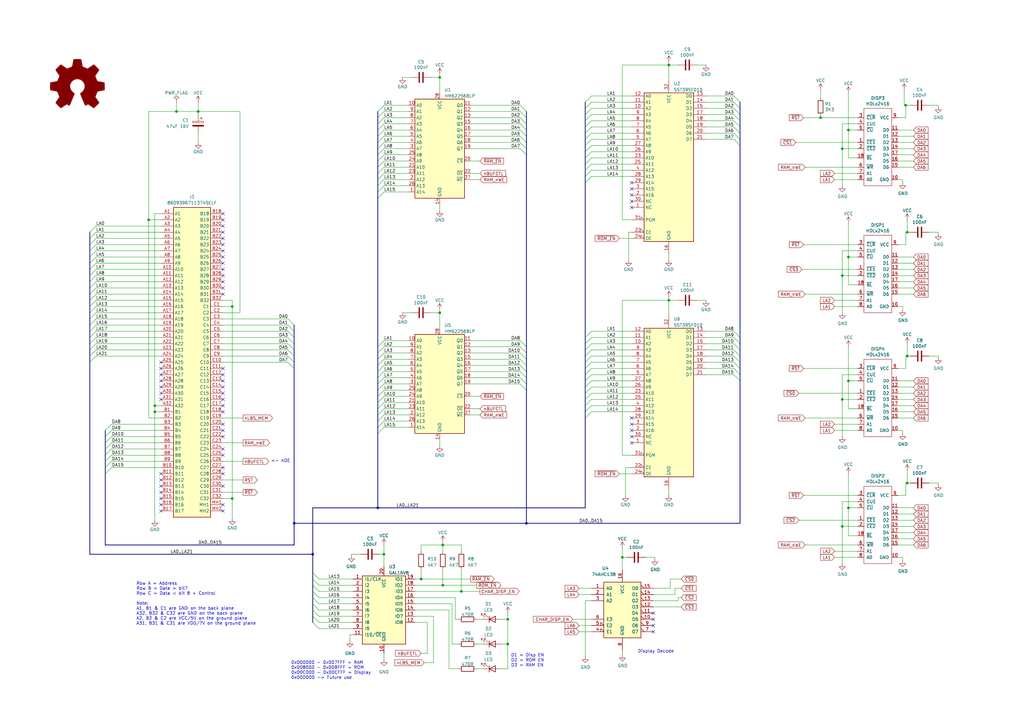
<source format=kicad_sch>
(kicad_sch (version 20230121) (generator eeschema)
  (paper "A3")
  (title_block (title "DCJ11 Hack Plus RAM, ROM & text display") (date "2024-01-07") (rev "V2.0") (company "Paula Maddox") (comment 1 "http://maddox.pro"))
  (lib_symbols
    (symbol "74xx:74LS138" (pin_names (offset 1.016))
      (property "Reference" "U" (at -7.62 11.43 0))
      (property "Value" "74LS138" (at -7.62 -13.97 0))
      (symbol "74LS138_1_0"
        (pin input line (at -12.7 7.62 0) (length 5.08) (name "A0") (number "1"))
        (pin output output_low (at 12.7 -5.08 180) (length 5.08) (name "O5") (number "10"))
        (pin output output_low (at 12.7 -2.54 180) (length 5.08) (name "O4") (number "11"))
        (pin output output_low (at 12.7 0 180) (length 5.08) (name "O3") (number "12"))
        (pin output output_low (at 12.7 2.54 180) (length 5.08) (name "O2") (number "13"))
        (pin output output_low (at 12.7 5.08 180) (length 5.08) (name "O1") (number "14"))
        (pin output output_low (at 12.7 7.62 180) (length 5.08) (name "O0") (number "15"))
        (pin power_in line (at 0 15.24 270) (length 5.08) (name "VCC") (number "16"))
        (pin input line (at -12.7 5.08 0) (length 5.08) (name "A1") (number "2"))
        (pin input line (at -12.7 2.54 0) (length 5.08) (name "A2") (number "3"))
        (pin input input_low (at -12.7 -10.16 0) (length 5.08) (name "E1") (number "4"))
        (pin input input_low (at -12.7 -7.62 0) (length 5.08) (name "E2") (number "5"))
        (pin input line (at -12.7 -5.08 0) (length 5.08) (name "E3") (number "6"))
        (pin output output_low (at 12.7 -10.16 180) (length 5.08) (name "O7") (number "7"))
        (pin power_in line (at 0 -17.78 90) (length 5.08) (name "GND") (number "8"))
        (pin output output_low (at 12.7 -7.62 180) (length 5.08) (name "O6") (number "9"))
      )
    )
    (symbol "86093967113745ELF:86093967113745ELF"
      (property "Reference" "J" (at 21.59 7.62 0))
      (property "Value" "86093967113745ELF" (at 21.59 5.08 0))
      (symbol "86093967113745ELF_1_1"
        (pin passive line (at 0 0 0) (length 5.08) (name "A1") (number "A1"))
        (pin passive line (at 0 -22.86 0) (length 5.08) (name "A10") (number "A10"))
        (pin passive line (at 0 -25.4 0) (length 5.08) (name "A11") (number "A11"))
        (pin passive line (at 0 -27.94 0) (length 5.08) (name "A12") (number "A12"))
        (pin passive line (at 0 -30.48 0) (length 5.08) (name "A13") (number "A13"))
        (pin passive line (at 0 -33.02 0) (length 5.08) (name "A14") (number "A14"))
        (pin passive line (at 0 -35.56 0) (length 5.08) (name "A15") (number "A15"))
        (pin passive line (at 0 -38.1 0) (length 5.08) (name "A16") (number "A16"))
        (pin passive line (at 0 -40.64 0) (length 5.08) (name "A17") (number "A17"))
        (pin passive line (at 0 -43.18 0) (length 5.08) (name "A18") (number "A18"))
        (pin passive line (at 0 -45.72 0) (length 5.08) (name "A19") (number "A19"))
        (pin passive line (at 0 -2.54 0) (length 5.08) (name "A2") (number "A2"))
        (pin passive line (at 0 -48.26 0) (length 5.08) (name "A20") (number "A20"))
        (pin passive line (at 0 -50.8 0) (length 5.08) (name "A21") (number "A21"))
        (pin passive line (at 0 -53.34 0) (length 5.08) (name "A22") (number "A22"))
        (pin passive line (at 0 -55.88 0) (length 5.08) (name "A23") (number "A23"))
        (pin passive line (at 0 -58.42 0) (length 5.08) (name "A24") (number "A24"))
        (pin passive line (at 0 -60.96 0) (length 5.08) (name "A25") (number "A25"))
        (pin passive line (at 0 -63.5 0) (length 5.08) (name "A26") (number "A26"))
        (pin passive line (at 0 -66.04 0) (length 5.08) (name "A27") (number "A27"))
        (pin passive line (at 0 -68.58 0) (length 5.08) (name "A28") (number "A28"))
        (pin passive line (at 0 -71.12 0) (length 5.08) (name "A29") (number "A29"))
        (pin passive line (at 0 -5.08 0) (length 5.08) (name "A3") (number "A3"))
        (pin passive line (at 0 -73.66 0) (length 5.08) (name "A30") (number "A30"))
        (pin passive line (at 0 -76.2 0) (length 5.08) (name "A31") (number "A31"))
        (pin passive line (at 0 -78.74 0) (length 5.08) (name "A32") (number "A32"))
        (pin passive line (at 0 -7.62 0) (length 5.08) (name "A4") (number "A4"))
        (pin passive line (at 0 -10.16 0) (length 5.08) (name "A5") (number "A5"))
        (pin passive line (at 0 -12.7 0) (length 5.08) (name "A6") (number "A6"))
        (pin passive line (at 0 -15.24 0) (length 5.08) (name "A7") (number "A7"))
        (pin passive line (at 0 -17.78 0) (length 5.08) (name "A8") (number "A8"))
        (pin passive line (at 0 -20.32 0) (length 5.08) (name "A9") (number "A9"))
        (pin passive line (at 0 -81.28 0) (length 5.08) (name "B1") (number "B1"))
        (pin passive line (at 0 -104.14 0) (length 5.08) (name "B10") (number "B10"))
        (pin passive line (at 0 -106.68 0) (length 5.08) (name "B11") (number "B11"))
        (pin passive line (at 0 -109.22 0) (length 5.08) (name "B12") (number "B12"))
        (pin passive line (at 0 -111.76 0) (length 5.08) (name "B13") (number "B13"))
        (pin passive line (at 0 -114.3 0) (length 5.08) (name "B14") (number "B14"))
        (pin passive line (at 0 -116.84 0) (length 5.08) (name "B15") (number "B15"))
        (pin passive line (at 0 -119.38 0) (length 5.08) (name "B16") (number "B16"))
        (pin passive line (at 0 -121.92 0) (length 5.08) (name "B17") (number "B17"))
        (pin passive line (at 25.4 0 180) (length 5.08) (name "B18") (number "B18"))
        (pin passive line (at 25.4 -2.54 180) (length 5.08) (name "B19") (number "B19"))
        (pin passive line (at 0 -83.82 0) (length 5.08) (name "B2") (number "B2"))
        (pin passive line (at 25.4 -5.08 180) (length 5.08) (name "B20") (number "B20"))
        (pin passive line (at 25.4 -7.62 180) (length 5.08) (name "B21") (number "B21"))
        (pin passive line (at 25.4 -10.16 180) (length 5.08) (name "B22") (number "B22"))
        (pin passive line (at 25.4 -12.7 180) (length 5.08) (name "B23") (number "B23"))
        (pin passive line (at 25.4 -15.24 180) (length 5.08) (name "B24") (number "B24"))
        (pin passive line (at 25.4 -17.78 180) (length 5.08) (name "B25") (number "B25"))
        (pin passive line (at 25.4 -20.32 180) (length 5.08) (name "B26") (number "B26"))
        (pin passive line (at 25.4 -22.86 180) (length 5.08) (name "B27") (number "B27"))
        (pin passive line (at 25.4 -25.4 180) (length 5.08) (name "B28") (number "B28"))
        (pin passive line (at 25.4 -27.94 180) (length 5.08) (name "B29") (number "B29"))
        (pin passive line (at 0 -86.36 0) (length 5.08) (name "B3") (number "B3"))
        (pin passive line (at 25.4 -30.48 180) (length 5.08) (name "B30") (number "B30"))
        (pin passive line (at 25.4 -33.02 180) (length 5.08) (name "B31") (number "B31"))
        (pin passive line (at 25.4 -35.56 180) (length 5.08) (name "B32") (number "B32"))
        (pin passive line (at 0 -88.9 0) (length 5.08) (name "B4") (number "B4"))
        (pin passive line (at 0 -91.44 0) (length 5.08) (name "B5") (number "B5"))
        (pin passive line (at 0 -93.98 0) (length 5.08) (name "B6") (number "B6"))
        (pin passive line (at 0 -96.52 0) (length 5.08) (name "B7") (number "B7"))
        (pin passive line (at 0 -99.06 0) (length 5.08) (name "B8") (number "B8"))
        (pin passive line (at 0 -101.6 0) (length 5.08) (name "B9") (number "B9"))
        (pin passive line (at 25.4 -38.1 180) (length 5.08) (name "C1") (number "C1"))
        (pin passive line (at 25.4 -60.96 180) (length 5.08) (name "C10") (number "C10"))
        (pin passive line (at 25.4 -63.5 180) (length 5.08) (name "C11") (number "C11"))
        (pin passive line (at 25.4 -66.04 180) (length 5.08) (name "C12") (number "C12"))
        (pin passive line (at 25.4 -68.58 180) (length 5.08) (name "C13") (number "C13"))
        (pin passive line (at 25.4 -71.12 180) (length 5.08) (name "C14") (number "C14"))
        (pin passive line (at 25.4 -73.66 180) (length 5.08) (name "C15") (number "C15"))
        (pin passive line (at 25.4 -76.2 180) (length 5.08) (name "C16") (number "C16"))
        (pin passive line (at 25.4 -78.74 180) (length 5.08) (name "C17") (number "C17"))
        (pin passive line (at 25.4 -81.28 180) (length 5.08) (name "C18") (number "C18"))
        (pin passive line (at 25.4 -83.82 180) (length 5.08) (name "C19") (number "C19"))
        (pin passive line (at 25.4 -40.64 180) (length 5.08) (name "C2") (number "C2"))
        (pin passive line (at 25.4 -86.36 180) (length 5.08) (name "C20") (number "C20"))
        (pin passive line (at 25.4 -88.9 180) (length 5.08) (name "C21") (number "C21"))
        (pin passive line (at 25.4 -91.44 180) (length 5.08) (name "C22") (number "C22"))
        (pin passive line (at 25.4 -93.98 180) (length 5.08) (name "C23") (number "C23"))
        (pin passive line (at 25.4 -96.52 180) (length 5.08) (name "C24") (number "C24"))
        (pin passive line (at 25.4 -99.06 180) (length 5.08) (name "C25") (number "C25"))
        (pin passive line (at 25.4 -101.6 180) (length 5.08) (name "C26") (number "C26"))
        (pin passive line (at 25.4 -104.14 180) (length 5.08) (name "C27") (number "C27"))
        (pin passive line (at 25.4 -106.68 180) (length 5.08) (name "C28") (number "C28"))
        (pin passive line (at 25.4 -109.22 180) (length 5.08) (name "C29") (number "C29"))
        (pin passive line (at 25.4 -43.18 180) (length 5.08) (name "C3") (number "C3"))
        (pin passive line (at 25.4 -111.76 180) (length 5.08) (name "C30") (number "C30"))
        (pin passive line (at 25.4 -114.3 180) (length 5.08) (name "C31") (number "C31"))
        (pin passive line (at 25.4 -116.84 180) (length 5.08) (name "C32") (number "C32"))
        (pin passive line (at 25.4 -45.72 180) (length 5.08) (name "C4") (number "C4"))
        (pin passive line (at 25.4 -48.26 180) (length 5.08) (name "C5") (number "C5"))
        (pin passive line (at 25.4 -50.8 180) (length 5.08) (name "C6") (number "C6"))
        (pin passive line (at 25.4 -53.34 180) (length 5.08) (name "C7") (number "C7"))
        (pin passive line (at 25.4 -55.88 180) (length 5.08) (name "C8") (number "C8"))
        (pin passive line (at 25.4 -58.42 180) (length 5.08) (name "C9") (number "C9"))
        (pin passive line (at 25.4 -119.38 180) (length 5.08) (name "MH1") (number "MH1"))
        (pin passive line (at 25.4 -121.92 180) (length 5.08) (name "MH2") (number "MH2"))
      )
    )
    (symbol "Device:C" (pin_numbers hide) (pin_names (offset 0.254))
      (property "Reference" "C" (at 0.635 2.54 0))
      (property "Value" "C" (at 0.635 -2.54 0))
      (symbol "C_1_1"
        (pin passive line (at 0 3.81 270) (length 2.794) (name "~") (number "1"))
        (pin passive line (at 0 -3.81 90) (length 2.794) (name "~") (number "2"))
      )
    )
    (symbol "Device:C_Polarized" (pin_numbers hide) (pin_names (offset 0.254))
      (property "Reference" "C" (at 0.635 2.54 0))
      (property "Value" "C_Polarized" (at 0.635 -2.54 0))
      (symbol "C_Polarized_1_1"
        (pin passive line (at 0 3.81 270) (length 2.794) (name "~") (number "1"))
        (pin passive line (at 0 -3.81 90) (length 2.794) (name "~") (number "2"))
      )
    )
    (symbol "Device:LED" (pin_numbers hide) (pin_names (offset 1.016) hide)
      (property "Reference" "D" (at 0 2.54 0))
      (property "Value" "LED" (at 0 -2.54 0))
      (symbol "LED_1_1"
        (pin passive line (at -3.81 0 0) (length 2.54) (name "K") (number "1"))
        (pin passive line (at 3.81 0 180) (length 2.54) (name "A") (number "2"))
      )
    )
    (symbol "Device:R" (pin_numbers hide) (pin_names (offset 0))
      (property "Reference" "R" (at 2.032 0 90))
      (property "Value" "R" (at 0 0 90))
      (symbol "R_1_1"
        (pin passive line (at 0 3.81 270) (length 1.27) (name "~") (number "1"))
        (pin passive line (at 0 -3.81 90) (length 1.27) (name "~") (number "2"))
      )
    )
    (symbol "Graphic:Logo_Open_Hardware_Large" (in_bom no) (on_board no))
    (symbol "Logic_Programmable:GAL16V8" (pin_names (offset 1.016))
      (property "Reference" "U" (at -8.89 16.51 0))
      (property "Value" "GAL16V8" (at 1.27 16.51 0))
      (symbol "GAL16V8_0_0"
        (pin power_in line (at 0 -17.78 90) (length 3.81) (name "GND") (number "10"))
        (pin power_in line (at 0 17.78 270) (length 3.81) (name "VCC") (number "20"))
      )
      (symbol "GAL16V8_1_1"
        (pin input line (at -12.7 12.7 0) (length 3.81) (name "I1/CLK") (number "1"))
        (pin input line (at -12.7 -10.16 0) (length 3.81) (name "I10/~{OE}") (number "11"))
        (pin tri_state line (at 12.7 -5.08 180) (length 3.81) (name "IO8") (number "12"))
        (pin tri_state line (at 12.7 -2.54 180) (length 3.81) (name "IO7") (number "13"))
        (pin tri_state line (at 12.7 0 180) (length 3.81) (name "IO6") (number "14"))
        (pin tri_state line (at 12.7 2.54 180) (length 3.81) (name "IO5") (number "15"))
        (pin tri_state line (at 12.7 5.08 180) (length 3.81) (name "IO4") (number "16"))
        (pin tri_state line (at 12.7 7.62 180) (length 3.81) (name "I03") (number "17"))
        (pin tri_state line (at 12.7 10.16 180) (length 3.81) (name "IO2") (number "18"))
        (pin tri_state line (at 12.7 12.7 180) (length 3.81) (name "IO1") (number "19"))
        (pin input line (at -12.7 10.16 0) (length 3.81) (name "I2") (number "2"))
        (pin input line (at -12.7 7.62 0) (length 3.81) (name "I3") (number "3"))
        (pin input line (at -12.7 5.08 0) (length 3.81) (name "I4") (number "4"))
        (pin input line (at -12.7 2.54 0) (length 3.81) (name "I5") (number "5"))
        (pin input line (at -12.7 0 0) (length 3.81) (name "I6") (number "6"))
        (pin input line (at -12.7 -2.54 0) (length 3.81) (name "I7") (number "7"))
        (pin input line (at -12.7 -5.08 0) (length 3.81) (name "I8") (number "8"))
        (pin input line (at -12.7 -7.62 0) (length 3.81) (name "I9") (number "9"))
      )
    )
    (symbol "Memory_Flash:SST39SF010"
      (property "Reference" "U" (at 2.54 33.02 0))
      (property "Value" "SST39SF010" (at 0 -30.48 0))
      (symbol "SST39SF010_0_0"
        (pin power_in line (at 0 -34.29 90) (length 5.08) (name "GND") (number "16"))
        (pin power_in line (at 0 36.83 270) (length 5.08) (name "VCC") (number "32"))
      )
      (symbol "SST39SF010_1_1"
        (pin input line (at -15.24 -15.24 0) (length 5.08) (name "NC") (number "1"))
        (pin input line (at -15.24 25.4 0) (length 5.08) (name "A2") (number "10"))
        (pin input line (at -15.24 27.94 0) (length 5.08) (name "A1") (number "11"))
        (pin input line (at -15.24 30.48 0) (length 5.08) (name "A0") (number "12"))
        (pin tri_state line (at 15.24 30.48 180) (length 5.08) (name "D0") (number "13"))
        (pin tri_state line (at 15.24 27.94 180) (length 5.08) (name "D1") (number "14"))
        (pin tri_state line (at 15.24 25.4 180) (length 5.08) (name "D2") (number "15"))
        (pin tri_state line (at 15.24 22.86 180) (length 5.08) (name "D3") (number "17"))
        (pin tri_state line (at 15.24 20.32 180) (length 5.08) (name "D4") (number "18"))
        (pin tri_state line (at 15.24 17.78 180) (length 5.08) (name "D5") (number "19"))
        (pin input line (at -15.24 -10.16 0) (length 5.08) (name "A16") (number "2"))
        (pin tri_state line (at 15.24 15.24 180) (length 5.08) (name "D6") (number "20"))
        (pin tri_state line (at 15.24 12.7 180) (length 5.08) (name "D7") (number "21"))
        (pin input input_low (at -15.24 -25.4 0) (length 5.08) (name "CE") (number "22"))
        (pin input line (at -15.24 5.08 0) (length 5.08) (name "A10") (number "23"))
        (pin input input_low (at -15.24 -27.94 0) (length 5.08) (name "OE") (number "24"))
        (pin input line (at -15.24 2.54 0) (length 5.08) (name "A11") (number "25"))
        (pin input line (at -15.24 7.62 0) (length 5.08) (name "A9") (number "26"))
        (pin input line (at -15.24 10.16 0) (length 5.08) (name "A8") (number "27"))
        (pin input line (at -15.24 -2.54 0) (length 5.08) (name "A13") (number "28"))
        (pin input line (at -15.24 -5.08 0) (length 5.08) (name "A14") (number "29"))
        (pin input line (at -15.24 -7.62 0) (length 5.08) (name "A15") (number "3"))
        (pin input line (at -15.24 -12.7 0) (length 5.08) (name "NC") (number "30"))
        (pin input input_low (at -15.24 -20.32 0) (length 5.08) (name "PGM") (number "31"))
        (pin input line (at -15.24 0 0) (length 5.08) (name "A12") (number "4"))
        (pin input line (at -15.24 12.7 0) (length 5.08) (name "A7") (number "5"))
        (pin input line (at -15.24 15.24 0) (length 5.08) (name "A6") (number "6"))
        (pin input line (at -15.24 17.78 0) (length 5.08) (name "A5") (number "7"))
        (pin input line (at -15.24 20.32 0) (length 5.08) (name "A4") (number "8"))
        (pin input line (at -15.24 22.86 0) (length 5.08) (name "A3") (number "9"))
      )
    )
    (symbol "Memory_RAM:HM62256BLP"
      (property "Reference" "U" (at -10.16 20.955 0))
      (property "Value" "HM62256BLP" (at 2.54 20.955 0))
      (symbol "HM62256BLP_0_0"
        (pin power_in line (at 0 -22.86 90) (length 2.54) (name "GND") (number "14"))
        (pin power_in line (at 0 22.86 270) (length 2.54) (name "VCC") (number "28"))
      )
      (symbol "HM62256BLP_1_1"
        (pin input line (at -12.7 -17.78 0) (length 2.54) (name "A14") (number "1"))
        (pin input line (at -12.7 17.78 0) (length 2.54) (name "A0") (number "10"))
        (pin tri_state line (at 12.7 17.78 180) (length 2.54) (name "Q0") (number "11"))
        (pin tri_state line (at 12.7 15.24 180) (length 2.54) (name "Q1") (number "12"))
        (pin tri_state line (at 12.7 12.7 180) (length 2.54) (name "Q2") (number "13"))
        (pin tri_state line (at 12.7 10.16 180) (length 2.54) (name "Q3") (number "15"))
        (pin tri_state line (at 12.7 7.62 180) (length 2.54) (name "Q4") (number "16"))
        (pin tri_state line (at 12.7 5.08 180) (length 2.54) (name "Q5") (number "17"))
        (pin tri_state line (at 12.7 2.54 180) (length 2.54) (name "Q6") (number "18"))
        (pin tri_state line (at 12.7 0 180) (length 2.54) (name "Q7") (number "19"))
        (pin input line (at -12.7 -12.7 0) (length 2.54) (name "A12") (number "2"))
        (pin input line (at 12.7 -5.08 180) (length 2.54) (name "~{CS}") (number "20"))
        (pin input line (at -12.7 -7.62 0) (length 2.54) (name "A10") (number "21"))
        (pin input line (at 12.7 -10.16 180) (length 2.54) (name "~{OE}") (number "22"))
        (pin input line (at -12.7 -10.16 0) (length 2.54) (name "A11") (number "23"))
        (pin input line (at -12.7 -5.08 0) (length 2.54) (name "A9") (number "24"))
        (pin input line (at -12.7 -2.54 0) (length 2.54) (name "A8") (number "25"))
        (pin input line (at -12.7 -15.24 0) (length 2.54) (name "A13") (number "26"))
        (pin input line (at 12.7 -12.7 180) (length 2.54) (name "~{WE}") (number "27"))
        (pin input line (at -12.7 0 0) (length 2.54) (name "A7") (number "3"))
        (pin input line (at -12.7 2.54 0) (length 2.54) (name "A6") (number "4"))
        (pin input line (at -12.7 5.08 0) (length 2.54) (name "A5") (number "5"))
        (pin input line (at -12.7 7.62 0) (length 2.54) (name "A4") (number "6"))
        (pin input line (at -12.7 10.16 0) (length 2.54) (name "A3") (number "7"))
        (pin input line (at -12.7 12.7 0) (length 2.54) (name "A2") (number "8"))
        (pin input line (at -12.7 15.24 0) (length 2.54) (name "A1") (number "9"))
      )
    )
    (symbol "PJ5_CPU:HDLx2416" (pin_names (offset 1.016))
      (property "Reference" "DISP" (at 0 -20.32 0))
      (property "Value" "HDLx2416" (at 2.54 13.97 0))
      (symbol "HDLx2416_1_1"
        (pin input line (at -5.08 -1.27 0) (length 2.54) (name "~{CE1}") (number "1"))
        (pin power_in line (at 11.43 -16.51 180) (length 2.54) (name "GND") (number "10"))
        (pin input line (at 11.43 3.81 180) (length 2.54) (name "D0") (number "11"))
        (pin input line (at 11.43 1.27 180) (length 2.54) (name "D1") (number "12"))
        (pin input line (at 11.43 -1.27 180) (length 2.54) (name "D2") (number "13"))
        (pin input line (at 11.43 -3.81 180) (length 2.54) (name "D3") (number "14"))
        (pin input line (at 11.43 -11.43 180) (length 2.54) (name "D6") (number "15"))
        (pin input line (at 11.43 -8.89 180) (length 2.54) (name "D5") (number "16"))
        (pin input line (at 11.43 -6.35 180) (length 2.54) (name "D4") (number "17"))
        (pin input line (at -5.08 -7.62 0) (length 2.54) (name "~{BL}") (number "18"))
        (pin input line (at -5.08 -3.81 0) (length 2.54) (name "~{CE2}") (number "2"))
        (pin input line (at -5.08 8.89 0) (length 2.54) (name "~{CLR}") (number "3"))
        (pin input line (at -5.08 6.35 0) (length 2.54) (name "CUE") (number "4"))
        (pin input line (at -5.08 3.81 0) (length 2.54) (name "~{CU}") (number "5"))
        (pin input line (at -5.08 -11.43 0) (length 2.54) (name "~{WR}") (number "6"))
        (pin input line (at -5.08 -13.97 0) (length 2.54) (name "A1") (number "7"))
        (pin input line (at -5.08 -16.51 0) (length 2.54) (name "A0") (number "8"))
        (pin power_in line (at 11.43 8.89 180) (length 2.54) (name "VCC") (number "9"))
      )
    )
    (symbol "power:GND" (power) (pin_names (offset 0))
      (property "Value" "GND" (at 0 -3.81 0))
      (symbol "GND_1_1"
        (pin power_in line (at 0 0 270) (length 0) hide (name "GND") (number "1"))
      )
    )
    (symbol "power:PWR_FLAG" (power) (pin_numbers hide) (pin_names (offset 0) hide)
      (property "Value" "PWR_FLAG" (at 0 3.81 0))
      (symbol "PWR_FLAG_0_0"
        (pin power_out line (at 0 0 90) (length 0) (name "pwr") (number "1"))
      )
    )
    (symbol "power:VCC" (power) (pin_names (offset 0))
      (property "Value" "VCC" (at 0 3.81 0))
      (symbol "VCC_1_1"
        (pin power_in line (at 0 0 90) (length 0) hide (name "VCC") (number "1"))
      )
    )
  )
  (junction (at 371.475 43.18))
  (junction (at 372.11 198.12))
  (junction (at 347.98 156.21))
  (junction (at 181.61 240.03))
  (junction (at 215.9 214.63))
  (junction (at 274.32 123.19))
  (junction (at 181.61 223.52))
  (junction (at 345.44 113.03))
  (junction (at 372.11 146.05))
  (junction (at 63.5 166.37))
  (junction (at 63.5 168.91))
  (junction (at 347.98 53.34))
  (junction (at 255.27 228.6))
  (junction (at 157.48 227.33))
  (junction (at 274.32 26.67))
  (junction (at 347.98 208.28))
  (junction (at 208.28 264.16))
  (junction (at 372.11 95.25))
  (junction (at 345.44 215.9))
  (junction (at 180.34 128.27))
  (junction (at 120.65 214.63))
  (junction (at 347.98 105.41))
  (junction (at 81.28 45.72))
  (junction (at 154.94 208.28))
  (junction (at 72.39 45.72))
  (junction (at 336.55 48.26))
  (junction (at 172.72 237.49))
  (junction (at 128.27 227.33))
  (junction (at 95.25 204.47))
  (junction (at 95.25 125.73))
  (junction (at 180.34 31.75))
  (junction (at 345.44 163.83))
  (junction (at 60.96 90.17))
  (junction (at 208.28 254))
  (junction (at 189.23 242.57))
  (junction (at 345.44 60.96))
  (no_connect (at 66.04 207.01))
  (no_connect (at 91.44 191.77))
  (no_connect (at 91.44 113.03))
  (no_connect (at 66.04 199.39))
  (no_connect (at 91.44 107.95))
  (no_connect (at 259.08 85.09))
  (no_connect (at 91.44 179.07))
  (no_connect (at 91.44 199.39))
  (no_connect (at 259.08 176.53))
  (no_connect (at 91.44 118.11))
  (no_connect (at 91.44 156.21))
  (no_connect (at 66.04 151.13))
  (no_connect (at 91.44 166.37))
  (no_connect (at 259.08 77.47))
  (no_connect (at 66.04 209.55))
  (no_connect (at 259.08 74.93))
  (no_connect (at 91.44 161.29))
  (no_connect (at 66.04 204.47))
  (no_connect (at 66.04 201.93))
  (no_connect (at 267.97 254))
  (no_connect (at 259.08 179.07))
  (no_connect (at 91.44 97.79))
  (no_connect (at 91.44 194.31))
  (no_connect (at 91.44 92.71))
  (no_connect (at 259.08 80.01))
  (no_connect (at 91.44 105.41))
  (no_connect (at 259.08 82.55))
  (no_connect (at 91.44 151.13))
  (no_connect (at 91.44 158.75))
  (no_connect (at 91.44 168.91))
  (no_connect (at 91.44 209.55))
  (no_connect (at 91.44 95.25))
  (no_connect (at 91.44 115.57))
  (no_connect (at 91.44 184.15))
  (no_connect (at 91.44 120.65))
  (no_connect (at 91.44 100.33))
  (no_connect (at 267.97 259.08))
  (no_connect (at 91.44 163.83))
  (no_connect (at 267.97 256.54))
  (no_connect (at 66.04 196.85))
  (no_connect (at 259.08 171.45))
  (no_connect (at 91.44 173.99))
  (no_connect (at 66.04 153.67))
  (no_connect (at 66.04 148.59))
  (no_connect (at 91.44 153.67))
  (no_connect (at 267.97 251.46))
  (no_connect (at 91.44 87.63))
  (no_connect (at 91.44 207.01))
  (no_connect (at 66.04 194.31))
  (no_connect (at 91.44 90.17))
  (no_connect (at 259.08 173.99))
  (no_connect (at 66.04 158.75))
  (no_connect (at 91.44 110.49))
  (no_connect (at 66.04 156.21))
  (no_connect (at 259.08 181.61))
  (no_connect (at 66.04 163.83))
  (no_connect (at 66.04 161.29))
  (no_connect (at 91.44 176.53))
  (no_connect (at 91.44 186.69))
  (no_connect (at 91.44 102.87))
  (bus_entry (at 240.03 138.43) (size 2.54 -2.54))
  (bus_entry (at 300.99 46.99) (size 2.54 2.54))
  (bus_entry (at 240.03 41.91) (size 2.54 -2.54))
  (bus_entry (at 36.83 97.79) (size 2.54 -2.54))
  (bus_entry (at 300.99 148.59) (size 2.54 2.54))
  (bus_entry (at 118.11 133.35) (size 2.54 2.54))
  (bus_entry (at 240.03 140.97) (size 2.54 -2.54))
  (bus_entry (at 154.94 73.66) (size 2.54 -2.54))
  (bus_entry (at 154.94 81.28) (size 2.54 -2.54))
  (bus_entry (at 36.83 118.11) (size 2.54 -2.54))
  (bus_entry (at 154.94 71.12) (size 2.54 -2.54))
  (bus_entry (at 300.99 143.51) (size 2.54 2.54))
  (bus_entry (at 240.03 54.61) (size 2.54 -2.54))
  (bus_entry (at 213.36 149.86) (size 2.54 2.54))
  (bus_entry (at 154.94 152.4) (size 2.54 -2.54))
  (bus_entry (at 300.99 153.67) (size 2.54 2.54))
  (bus_entry (at 154.94 66.04) (size 2.54 -2.54))
  (bus_entry (at 154.94 149.86) (size 2.54 -2.54))
  (bus_entry (at 118.11 130.81) (size 2.54 2.54))
  (bus_entry (at 36.83 140.97) (size 2.54 -2.54))
  (bus_entry (at 213.36 60.96) (size 2.54 2.54))
  (bus_entry (at 36.83 102.87) (size 2.54 -2.54))
  (bus_entry (at 36.83 123.19) (size 2.54 -2.54))
  (bus_entry (at 213.36 142.24) (size 2.54 2.54))
  (bus_entry (at 300.99 41.91) (size 2.54 2.54))
  (bus_entry (at 43.18 186.69) (size 2.54 -2.54))
  (bus_entry (at 300.99 138.43) (size 2.54 2.54))
  (bus_entry (at 154.94 175.26) (size 2.54 -2.54))
  (bus_entry (at 36.83 120.65) (size 2.54 -2.54))
  (bus_entry (at 240.03 171.45) (size 2.54 -2.54))
  (bus_entry (at 128.27 245.11) (size 2.54 2.54))
  (bus_entry (at 240.03 156.21) (size 2.54 -2.54))
  (bus_entry (at 128.27 234.95) (size 2.54 2.54))
  (bus_entry (at 213.36 58.42) (size 2.54 2.54))
  (bus_entry (at 213.36 152.4) (size 2.54 2.54))
  (bus_entry (at 300.99 57.15) (size 2.54 2.54))
  (bus_entry (at 36.83 128.27) (size 2.54 -2.54))
  (bus_entry (at 300.99 49.53) (size 2.54 2.54))
  (bus_entry (at 300.99 140.97) (size 2.54 2.54))
  (bus_entry (at 154.94 157.48) (size 2.54 -2.54))
  (bus_entry (at 154.94 68.58) (size 2.54 -2.54))
  (bus_entry (at 213.36 45.72) (size 2.54 2.54))
  (bus_entry (at 300.99 39.37) (size 2.54 2.54))
  (bus_entry (at 154.94 162.56) (size 2.54 -2.54))
  (bus_entry (at 36.83 105.41) (size 2.54 -2.54))
  (bus_entry (at 240.03 74.93) (size 2.54 -2.54))
  (bus_entry (at 154.94 55.88) (size 2.54 -2.54))
  (bus_entry (at 154.94 76.2) (size 2.54 -2.54))
  (bus_entry (at 118.11 135.89) (size 2.54 2.54))
  (bus_entry (at 154.94 165.1) (size 2.54 -2.54))
  (bus_entry (at 154.94 167.64) (size 2.54 -2.54))
  (bus_entry (at 43.18 181.61) (size 2.54 -2.54))
  (bus_entry (at 36.83 135.89) (size 2.54 -2.54))
  (bus_entry (at 240.03 57.15) (size 2.54 -2.54))
  (bus_entry (at 240.03 158.75) (size 2.54 -2.54))
  (bus_entry (at 240.03 161.29) (size 2.54 -2.54))
  (bus_entry (at 36.83 110.49) (size 2.54 -2.54))
  (bus_entry (at 240.03 46.99) (size 2.54 -2.54))
  (bus_entry (at 240.03 52.07) (size 2.54 -2.54))
  (bus_entry (at 240.03 166.37) (size 2.54 -2.54))
  (bus_entry (at 43.18 176.53) (size 2.54 -2.54))
  (bus_entry (at 300.99 146.05) (size 2.54 2.54))
  (bus_entry (at 300.99 135.89) (size 2.54 2.54))
  (bus_entry (at 240.03 67.31) (size 2.54 -2.54))
  (bus_entry (at 240.03 69.85) (size 2.54 -2.54))
  (bus_entry (at 213.36 48.26) (size 2.54 2.54))
  (bus_entry (at 36.83 143.51) (size 2.54 -2.54))
  (bus_entry (at 213.36 53.34) (size 2.54 2.54))
  (bus_entry (at 118.11 140.97) (size 2.54 2.54))
  (bus_entry (at 154.94 58.42) (size 2.54 -2.54))
  (bus_entry (at 154.94 53.34) (size 2.54 -2.54))
  (bus_entry (at 154.94 45.72) (size 2.54 -2.54))
  (bus_entry (at 213.36 147.32) (size 2.54 2.54))
  (bus_entry (at 36.83 130.81) (size 2.54 -2.54))
  (bus_entry (at 36.83 95.25) (size 2.54 -2.54))
  (bus_entry (at 213.36 55.88) (size 2.54 2.54))
  (bus_entry (at 43.18 184.15) (size 2.54 -2.54))
  (bus_entry (at 213.36 139.7) (size 2.54 2.54))
  (bus_entry (at 154.94 142.24) (size 2.54 -2.54))
  (bus_entry (at 154.94 154.94) (size 2.54 -2.54))
  (bus_entry (at 43.18 179.07) (size 2.54 -2.54))
  (bus_entry (at 118.11 138.43) (size 2.54 2.54))
  (bus_entry (at 240.03 62.23) (size 2.54 -2.54))
  (bus_entry (at 118.11 148.59) (size 2.54 2.54))
  (bus_entry (at 43.18 194.31) (size 2.54 -2.54))
  (bus_entry (at 240.03 168.91) (size 2.54 -2.54))
  (bus_entry (at 36.83 146.05) (size 2.54 -2.54))
  (bus_entry (at 118.11 143.51) (size 2.54 2.54))
  (bus_entry (at 154.94 78.74) (size 2.54 -2.54))
  (bus_entry (at 240.03 153.67) (size 2.54 -2.54))
  (bus_entry (at 128.27 237.49) (size 2.54 2.54))
  (bus_entry (at 300.99 44.45) (size 2.54 2.54))
  (bus_entry (at 240.03 151.13) (size 2.54 -2.54))
  (bus_entry (at 43.18 191.77) (size 2.54 -2.54))
  (bus_entry (at 240.03 72.39) (size 2.54 -2.54))
  (bus_entry (at 213.36 144.78) (size 2.54 2.54))
  (bus_entry (at 240.03 163.83) (size 2.54 -2.54))
  (bus_entry (at 36.83 115.57) (size 2.54 -2.54))
  (bus_entry (at 36.83 133.35) (size 2.54 -2.54))
  (bus_entry (at 154.94 160.02) (size 2.54 -2.54))
  (bus_entry (at 128.27 247.65) (size 2.54 2.54))
  (bus_entry (at 240.03 64.77) (size 2.54 -2.54))
  (bus_entry (at 300.99 52.07) (size 2.54 2.54))
  (bus_entry (at 36.83 113.03) (size 2.54 -2.54))
  (bus_entry (at 154.94 170.18) (size 2.54 -2.54))
  (bus_entry (at 118.11 146.05) (size 2.54 2.54))
  (bus_entry (at 128.27 240.03) (size 2.54 2.54))
  (bus_entry (at 36.83 138.43) (size 2.54 -2.54))
  (bus_entry (at 36.83 125.73) (size 2.54 -2.54))
  (bus_entry (at 154.94 144.78) (size 2.54 -2.54))
  (bus_entry (at 154.94 63.5) (size 2.54 -2.54))
  (bus_entry (at 213.36 154.94) (size 2.54 2.54))
  (bus_entry (at 36.83 100.33) (size 2.54 -2.54))
  (bus_entry (at 240.03 49.53) (size 2.54 -2.54))
  (bus_entry (at 128.27 252.73) (size 2.54 2.54))
  (bus_entry (at 128.27 255.27) (size 2.54 2.54))
  (bus_entry (at 154.94 147.32) (size 2.54 -2.54))
  (bus_entry (at 43.18 189.23) (size 2.54 -2.54))
  (bus_entry (at 300.99 54.61) (size 2.54 2.54))
  (bus_entry (at 240.03 148.59) (size 2.54 -2.54))
  (bus_entry (at 300.99 151.13) (size 2.54 2.54))
  (bus_entry (at 240.03 59.69) (size 2.54 -2.54))
  (bus_entry (at 36.83 107.95) (size 2.54 -2.54))
  (bus_entry (at 128.27 242.57) (size 2.54 2.54))
  (bus_entry (at 154.94 60.96) (size 2.54 -2.54))
  (bus_entry (at 213.36 157.48) (size 2.54 2.54))
  (bus_entry (at 213.36 43.18) (size 2.54 2.54))
  (bus_entry (at 213.36 50.8) (size 2.54 2.54))
  (bus_entry (at 154.94 172.72) (size 2.54 -2.54))
  (bus_entry (at 154.94 50.8) (size 2.54 -2.54))
  (bus_entry (at 36.83 148.59) (size 2.54 -2.54))
  (bus_entry (at 128.27 250.19) (size 2.54 2.54))
  (bus_entry (at 240.03 146.05) (size 2.54 -2.54))
  (bus_entry (at 240.03 44.45) (size 2.54 -2.54))
  (bus_entry (at 240.03 143.51) (size 2.54 -2.54))
  (bus_entry (at 154.94 48.26) (size 2.54 -2.54))
  (bus_entry (at 154.94 177.8) (size 2.54 -2.54))
  (wire (pts (xy 157.48 58.42) (xy 167.64 58.42)))
  (bus (pts (xy 303.53 153.67) (xy 303.53 156.21)))
  (wire (pts (xy 91.44 146.05) (xy 118.11 146.05)))
  (wire (pts (xy 242.57 158.75) (xy 259.08 158.75)))
  (wire (pts (xy 157.48 68.58) (xy 167.64 68.58)))
  (wire (pts (xy 39.37 146.05) (xy 66.04 146.05)))
  (wire (pts (xy 242.57 41.91) (xy 259.08 41.91)))
  (wire (pts (xy 330.2 171.45) (xy 351.79 171.45)))
  (wire (pts (xy 157.48 78.74) (xy 167.64 78.74)))
  (wire (pts (xy 274.32 123.19) (xy 274.32 129.54)))
  (wire (pts (xy 193.04 53.34) (xy 213.36 53.34)))
  (wire (pts (xy 175.26 255.27) (xy 175.26 267.97)))
  (wire (pts (xy 66.04 171.45) (xy 60.96 171.45)))
  (wire (pts (xy 157.48 60.96) (xy 167.64 60.96)))
  (wire (pts (xy 351.79 226.06) (xy 342.265 226.06)))
  (wire (pts (xy 39.37 100.33) (xy 66.04 100.33)))
  (bus (pts (xy 43.18 181.61) (xy 43.18 184.15)))
  (wire (pts (xy 193.04 66.04) (xy 196.85 66.04)))
  (wire (pts (xy 268.605 228.6) (xy 268.605 229.235)))
  (bus (pts (xy 240.03 49.53) (xy 240.03 52.07)))
  (wire (pts (xy 384.81 43.18) (xy 384.81 43.815)))
  (wire (pts (xy 342.265 125.73) (xy 351.79 125.73)))
  (bus (pts (xy 303.53 143.51) (xy 303.53 146.05)))
  (wire (pts (xy 289.56 123.19) (xy 285.75 123.19)))
  (wire (pts (xy 368.3 176.53) (xy 370.205 176.53)))
  (wire (pts (xy 155.575 227.33) (xy 157.48 227.33)))
  (wire (pts (xy 351.79 123.19) (xy 342.265 123.19)))
  (bus (pts (xy 215.9 144.78) (xy 215.9 147.32)))
  (wire (pts (xy 374.65 68.58) (xy 368.3 68.58)))
  (bus (pts (xy 215.9 142.24) (xy 215.9 144.78)))
  (wire (pts (xy 351.79 208.28) (xy 347.98 208.28)))
  (wire (pts (xy 368.3 210.82) (xy 374.65 210.82)))
  (wire (pts (xy 368.3 220.98) (xy 374.65 220.98)))
  (wire (pts (xy 157.48 48.26) (xy 167.64 48.26)))
  (wire (pts (xy 374.65 120.65) (xy 368.3 120.65)))
  (wire (pts (xy 368.3 168.91) (xy 374.65 168.91)))
  (wire (pts (xy 184.15 250.19) (xy 184.15 274.32)))
  (wire (pts (xy 371.475 48.26) (xy 371.475 43.18)))
  (bus (pts (xy 128.27 237.49) (xy 128.27 240.03)))
  (wire (pts (xy 289.56 46.99) (xy 300.99 46.99)))
  (wire (pts (xy 157.48 66.04) (xy 167.64 66.04)))
  (wire (pts (xy 374.65 105.41) (xy 368.3 105.41)))
  (wire (pts (xy 381 43.18) (xy 384.81 43.18)))
  (wire (pts (xy 257.81 95.25) (xy 259.08 95.25)))
  (wire (pts (xy 347.98 116.84) (xy 347.98 105.41)))
  (wire (pts (xy 259.08 186.69) (xy 255.27 186.69)))
  (wire (pts (xy 157.48 175.26) (xy 167.64 175.26)))
  (wire (pts (xy 186.69 245.11) (xy 186.69 254)))
  (bus (pts (xy 36.83 146.05) (xy 36.83 148.59)))
  (wire (pts (xy 45.72 191.77) (xy 66.04 191.77)))
  (wire (pts (xy 242.57 49.53) (xy 259.08 49.53)))
  (bus (pts (xy 154.94 53.34) (xy 154.94 55.88)))
  (wire (pts (xy 157.48 71.12) (xy 167.64 71.12)))
  (wire (pts (xy 98.425 45.72) (xy 98.425 128.27)))
  (bus (pts (xy 36.83 100.33) (xy 36.83 102.87)))
  (wire (pts (xy 157.48 165.1) (xy 167.64 165.1)))
  (wire (pts (xy 255.27 90.17) (xy 255.27 26.67)))
  (bus (pts (xy 120.65 223.52) (xy 120.65 214.63)))
  (wire (pts (xy 374.65 171.45) (xy 368.3 171.45)))
  (wire (pts (xy 45.72 173.99) (xy 66.04 173.99)))
  (bus (pts (xy 43.18 179.07) (xy 43.18 181.61)))
  (wire (pts (xy 242.57 138.43) (xy 259.08 138.43)))
  (wire (pts (xy 242.57 146.05) (xy 259.08 146.05)))
  (wire (pts (xy 279.4 241.3) (xy 276.86 241.3)))
  (wire (pts (xy 257.81 106.68) (xy 257.81 95.25)))
  (wire (pts (xy 193.04 58.42) (xy 213.36 58.42)))
  (wire (pts (xy 170.18 247.65) (xy 185.42 247.65)))
  (wire (pts (xy 370.205 176.53) (xy 370.205 177.8)))
  (bus (pts (xy 36.83 118.11) (xy 36.83 120.65)))
  (wire (pts (xy 242.57 59.69) (xy 259.08 59.69)))
  (wire (pts (xy 345.44 215.9) (xy 351.79 215.9)))
  (wire (pts (xy 345.44 205.74) (xy 345.44 215.9)))
  (bus (pts (xy 154.94 50.8) (xy 154.94 53.34)))
  (bus (pts (xy 154.94 81.28) (xy 154.94 142.24)))
  (wire (pts (xy 278.13 246.38) (xy 278.13 245.11)))
  (wire (pts (xy 170.18 242.57) (xy 189.23 242.57)))
  (wire (pts (xy 328.93 110.49) (xy 351.79 110.49)))
  (wire (pts (xy 208.28 251.46) (xy 208.28 254)))
  (wire (pts (xy 289.56 151.13) (xy 300.99 151.13)))
  (bus (pts (xy 36.83 123.19) (xy 36.83 125.73)))
  (wire (pts (xy 157.48 154.94) (xy 167.64 154.94)))
  (bus (pts (xy 36.83 140.97) (xy 36.83 143.51)))
  (bus (pts (xy 36.83 120.65) (xy 36.83 123.19)))
  (wire (pts (xy 91.44 135.89) (xy 118.11 135.89)))
  (wire (pts (xy 177.8 252.73) (xy 177.8 271.78)))
  (bus (pts (xy 303.53 156.21) (xy 303.53 214.63)))
  (wire (pts (xy 81.28 45.72) (xy 72.39 45.72)))
  (bus (pts (xy 128.27 250.19) (xy 128.27 252.73)))
  (wire (pts (xy 259.08 191.77) (xy 256.54 191.77)))
  (wire (pts (xy 242.57 246.38) (xy 240.03 246.38)))
  (wire (pts (xy 157.48 139.7) (xy 167.64 139.7)))
  (wire (pts (xy 327.66 161.29) (xy 351.79 161.29)))
  (bus (pts (xy 154.94 162.56) (xy 154.94 165.1)))
  (wire (pts (xy 45.72 184.15) (xy 66.04 184.15)))
  (wire (pts (xy 157.48 157.48) (xy 167.64 157.48)))
  (wire (pts (xy 98.425 128.27) (xy 91.44 128.27)))
  (wire (pts (xy 130.81 255.27) (xy 144.78 255.27)))
  (bus (pts (xy 240.03 59.69) (xy 240.03 62.23)))
  (bus (pts (xy 43.18 191.77) (xy 43.18 194.31)))
  (bus (pts (xy 215.9 50.8) (xy 215.9 53.34)))
  (wire (pts (xy 351.79 156.21) (xy 347.98 156.21)))
  (bus (pts (xy 240.03 146.05) (xy 240.03 148.59)))
  (wire (pts (xy 181.61 233.68) (xy 181.61 240.03)))
  (wire (pts (xy 242.57 57.15) (xy 259.08 57.15)))
  (wire (pts (xy 345.44 60.96) (xy 351.79 60.96)))
  (wire (pts (xy 193.04 162.56) (xy 196.85 162.56)))
  (wire (pts (xy 234.95 254) (xy 242.57 254)))
  (bus (pts (xy 43.18 186.69) (xy 43.18 189.23)))
  (bus (pts (xy 36.83 125.73) (xy 36.83 128.27)))
  (wire (pts (xy 165.1 128.27) (xy 168.91 128.27)))
  (bus (pts (xy 215.9 149.86) (xy 215.9 152.4)))
  (wire (pts (xy 274.32 121.92) (xy 274.32 123.19)))
  (wire (pts (xy 351.79 71.12) (xy 342.265 71.12)))
  (wire (pts (xy 91.44 196.85) (xy 99.695 196.85)))
  (wire (pts (xy 368.3 203.2) (xy 371.475 203.2)))
  (wire (pts (xy 264.795 228.6) (xy 268.605 228.6)))
  (wire (pts (xy 330.2 120.65) (xy 351.79 120.65)))
  (wire (pts (xy 345.44 163.83) (xy 345.44 179.07)))
  (wire (pts (xy 242.57 46.99) (xy 259.08 46.99)))
  (wire (pts (xy 66.04 87.63) (xy 63.5 87.63)))
  (wire (pts (xy 368.3 163.83) (xy 374.65 163.83)))
  (wire (pts (xy 189.23 226.06) (xy 189.23 223.52)))
  (bus (pts (xy 303.53 140.97) (xy 303.53 143.51)))
  (wire (pts (xy 39.37 107.95) (xy 66.04 107.95)))
  (wire (pts (xy 39.37 125.73) (xy 66.04 125.73)))
  (bus (pts (xy 36.83 97.79) (xy 36.83 100.33)))
  (wire (pts (xy 91.44 143.51) (xy 118.11 143.51)))
  (bus (pts (xy 240.03 41.91) (xy 240.03 44.45)))
  (wire (pts (xy 72.39 45.72) (xy 72.39 41.91)))
  (wire (pts (xy 143.51 262.89) (xy 143.51 260.35)))
  (wire (pts (xy 381 198.12) (xy 384.81 198.12)))
  (wire (pts (xy 180.34 127) (xy 180.34 128.27)))
  (wire (pts (xy 91.44 123.19) (xy 95.25 123.19)))
  (wire (pts (xy 157.48 55.88) (xy 167.64 55.88)))
  (wire (pts (xy 289.56 148.59) (xy 300.99 148.59)))
  (wire (pts (xy 130.81 250.19) (xy 144.78 250.19)))
  (wire (pts (xy 372.11 146.05) (xy 371.475 146.05)))
  (wire (pts (xy 342.265 228.6) (xy 351.79 228.6)))
  (wire (pts (xy 347.98 208.28) (xy 347.98 194.31)))
  (wire (pts (xy 242.57 153.67) (xy 259.08 153.67)))
  (wire (pts (xy 242.57 39.37) (xy 259.08 39.37)))
  (wire (pts (xy 157.48 76.2) (xy 167.64 76.2)))
  (bus (pts (xy 240.03 171.45) (xy 240.03 208.28)))
  (wire (pts (xy 329.565 203.2) (xy 351.79 203.2)))
  (wire (pts (xy 374.65 63.5) (xy 368.3 63.5)))
  (wire (pts (xy 368.3 228.6) (xy 370.205 228.6)))
  (wire (pts (xy 157.48 167.64) (xy 167.64 167.64)))
  (wire (pts (xy 39.37 105.41) (xy 66.04 105.41)))
  (wire (pts (xy 205.74 264.16) (xy 208.28 264.16)))
  (wire (pts (xy 368.3 125.73) (xy 370.205 125.73)))
  (wire (pts (xy 274.955 237.49) (xy 279.4 237.49)))
  (wire (pts (xy 39.37 120.65) (xy 66.04 120.65)))
  (bus (pts (xy 303.53 151.13) (xy 303.53 153.67)))
  (bus (pts (xy 240.03 161.29) (xy 240.03 163.83)))
  (wire (pts (xy 336.55 47.625) (xy 336.55 48.26)))
  (wire (pts (xy 289.56 52.07) (xy 300.99 52.07)))
  (wire (pts (xy 39.37 138.43) (xy 66.04 138.43)))
  (wire (pts (xy 289.56 39.37) (xy 300.99 39.37)))
  (wire (pts (xy 45.72 176.53) (xy 66.04 176.53)))
  (bus (pts (xy 154.94 142.24) (xy 154.94 144.78)))
  (wire (pts (xy 63.5 168.91) (xy 63.5 213.36)))
  (bus (pts (xy 303.53 138.43) (xy 303.53 140.97)))
  (bus (pts (xy 240.03 46.99) (xy 240.03 49.53)))
  (bus (pts (xy 215.9 152.4) (xy 215.9 154.94)))
  (wire (pts (xy 242.57 161.29) (xy 259.08 161.29)))
  (wire (pts (xy 208.28 264.16) (xy 208.28 274.32)))
  (wire (pts (xy 60.96 45.72) (xy 72.39 45.72)))
  (wire (pts (xy 39.37 133.35) (xy 66.04 133.35)))
  (wire (pts (xy 193.04 152.4) (xy 213.36 152.4)))
  (bus (pts (xy 215.9 147.32) (xy 215.9 149.86)))
  (wire (pts (xy 255.27 233.68) (xy 255.27 228.6)))
  (bus (pts (xy 120.65 143.51) (xy 120.65 146.05)))
  (bus (pts (xy 303.53 57.15) (xy 303.53 59.69)))
  (wire (pts (xy 198.12 274.32) (xy 195.58 274.32)))
  (bus (pts (xy 303.53 41.91) (xy 303.53 44.45)))
  (wire (pts (xy 289.56 54.61) (xy 300.99 54.61)))
  (wire (pts (xy 157.48 45.72) (xy 167.64 45.72)))
  (wire (pts (xy 368.3 66.04) (xy 374.65 66.04)))
  (wire (pts (xy 242.57 156.21) (xy 259.08 156.21)))
  (wire (pts (xy 384.81 146.05) (xy 384.81 146.685)))
  (wire (pts (xy 172.72 223.52) (xy 181.61 223.52)))
  (wire (pts (xy 326.39 58.42) (xy 351.79 58.42)))
  (wire (pts (xy 198.12 254) (xy 195.58 254)))
  (wire (pts (xy 95.25 204.47) (xy 95.25 212.725)))
  (bus (pts (xy 240.03 143.51) (xy 240.03 146.05)))
  (wire (pts (xy 374.65 161.29) (xy 368.3 161.29)))
  (bus (pts (xy 154.94 154.94) (xy 154.94 157.48)))
  (wire (pts (xy 205.74 274.32) (xy 208.28 274.32)))
  (wire (pts (xy 193.04 144.78) (xy 213.36 144.78)))
  (wire (pts (xy 157.48 43.18) (xy 167.64 43.18)))
  (bus (pts (xy 240.03 69.85) (xy 240.03 72.39)))
  (wire (pts (xy 371.475 100.33) (xy 371.475 95.25)))
  (bus (pts (xy 154.94 71.12) (xy 154.94 73.66)))
  (wire (pts (xy 289.56 135.89) (xy 300.99 135.89)))
  (bus (pts (xy 240.03 138.43) (xy 240.03 140.97)))
  (bus (pts (xy 240.03 153.67) (xy 240.03 156.21)))
  (wire (pts (xy 39.37 118.11) (xy 66.04 118.11)))
  (bus (pts (xy 36.83 227.33) (xy 128.27 227.33)))
  (wire (pts (xy 345.44 163.83) (xy 351.79 163.83)))
  (wire (pts (xy 39.37 92.71) (xy 66.04 92.71)))
  (bus (pts (xy 240.03 151.13) (xy 240.03 153.67)))
  (wire (pts (xy 289.56 146.05) (xy 300.99 146.05)))
  (wire (pts (xy 242.57 243.84) (xy 237.49 243.84)))
  (wire (pts (xy 351.79 105.41) (xy 347.98 105.41)))
  (wire (pts (xy 259.08 90.17) (xy 255.27 90.17)))
  (wire (pts (xy 289.56 140.97) (xy 300.99 140.97)))
  (wire (pts (xy 371.475 203.2) (xy 371.475 198.12)))
  (wire (pts (xy 157.48 172.72) (xy 167.64 172.72)))
  (bus (pts (xy 120.65 133.35) (xy 120.65 135.89)))
  (wire (pts (xy 172.72 237.49) (xy 193.04 237.49)))
  (wire (pts (xy 372.11 198.12) (xy 371.475 198.12)))
  (bus (pts (xy 240.03 62.23) (xy 240.03 64.77)))
  (wire (pts (xy 255.27 186.69) (xy 255.27 123.19)))
  (bus (pts (xy 36.83 107.95) (xy 36.83 110.49)))
  (wire (pts (xy 368.3 100.33) (xy 371.475 100.33)))
  (wire (pts (xy 370.84 43.18) (xy 370.84 36.83)))
  (wire (pts (xy 39.37 123.19) (xy 66.04 123.19)))
  (wire (pts (xy 336.55 48.26) (xy 329.565 48.26)))
  (wire (pts (xy 327.66 213.36) (xy 351.79 213.36)))
  (wire (pts (xy 351.79 102.87) (xy 345.44 102.87)))
  (wire (pts (xy 157.48 149.86) (xy 167.64 149.86)))
  (bus (pts (xy 43.18 184.15) (xy 43.18 186.69)))
  (wire (pts (xy 237.49 241.3) (xy 242.57 241.3)))
  (wire (pts (xy 351.79 153.67) (xy 345.44 153.67)))
  (wire (pts (xy 351.79 48.26) (xy 336.55 48.26)))
  (bus (pts (xy 120.65 214.63) (xy 120.65 151.13)))
  (wire (pts (xy 370.205 125.73) (xy 370.205 127)))
  (wire (pts (xy 240.03 246.38) (xy 240.03 269.24)))
  (wire (pts (xy 193.04 157.48) (xy 213.36 157.48)))
  (bus (pts (xy 154.94 78.74) (xy 154.94 81.28)))
  (bus (pts (xy 240.03 52.07) (xy 240.03 54.61)))
  (wire (pts (xy 267.97 241.3) (xy 274.955 241.3)))
  (bus (pts (xy 215.9 157.48) (xy 215.9 160.02)))
  (wire (pts (xy 157.48 232.41) (xy 157.48 227.33)))
  (wire (pts (xy 370.205 228.6) (xy 370.205 229.87)))
  (wire (pts (xy 157.48 144.78) (xy 167.64 144.78)))
  (bus (pts (xy 154.94 63.5) (xy 154.94 66.04)))
  (wire (pts (xy 130.81 252.73) (xy 144.78 252.73)))
  (bus (pts (xy 240.03 156.21) (xy 240.03 158.75)))
  (wire (pts (xy 345.44 113.03) (xy 351.79 113.03)))
  (wire (pts (xy 39.37 102.87) (xy 66.04 102.87)))
  (bus (pts (xy 240.03 168.91) (xy 240.03 171.45)))
  (wire (pts (xy 242.57 72.39) (xy 259.08 72.39)))
  (wire (pts (xy 175.26 267.97) (xy 172.72 267.97)))
  (wire (pts (xy 289.56 49.53) (xy 300.99 49.53)))
  (wire (pts (xy 351.79 219.71) (xy 347.98 219.71)))
  (bus (pts (xy 303.53 46.99) (xy 303.53 49.53)))
  (wire (pts (xy 351.79 116.84) (xy 347.98 116.84)))
  (wire (pts (xy 256.54 191.77) (xy 256.54 203.2)))
  (wire (pts (xy 184.15 274.32) (xy 187.96 274.32)))
  (bus (pts (xy 240.03 74.93) (xy 240.03 138.43)))
  (wire (pts (xy 368.3 73.66) (xy 370.205 73.66)))
  (bus (pts (xy 215.9 55.88) (xy 215.9 58.42)))
  (wire (pts (xy 193.04 139.7) (xy 213.36 139.7)))
  (wire (pts (xy 193.04 45.72) (xy 213.36 45.72)))
  (wire (pts (xy 374.65 213.36) (xy 368.3 213.36)))
  (bus (pts (xy 303.53 44.45) (xy 303.53 46.99)))
  (bus (pts (xy 120.65 148.59) (xy 120.65 151.13)))
  (wire (pts (xy 351.79 64.77) (xy 347.98 64.77)))
  (bus (pts (xy 154.94 177.8) (xy 154.94 208.28)))
  (wire (pts (xy 66.04 90.17) (xy 60.96 90.17)))
  (wire (pts (xy 381 146.05) (xy 384.81 146.05)))
  (bus (pts (xy 215.9 48.26) (xy 215.9 50.8)))
  (wire (pts (xy 193.04 149.86) (xy 213.36 149.86)))
  (wire (pts (xy 329.565 100.33) (xy 351.79 100.33)))
  (wire (pts (xy 39.37 113.03) (xy 66.04 113.03)))
  (bus (pts (xy 240.03 148.59) (xy 240.03 151.13)))
  (wire (pts (xy 181.61 223.52) (xy 189.23 223.52)))
  (bus (pts (xy 240.03 166.37) (xy 240.03 168.91)))
  (bus (pts (xy 154.94 144.78) (xy 154.94 147.32)))
  (wire (pts (xy 130.81 240.03) (xy 144.78 240.03)))
  (wire (pts (xy 63.5 87.63) (xy 63.5 166.37)))
  (bus (pts (xy 128.27 227.33) (xy 128.27 208.28)))
  (wire (pts (xy 186.69 254) (xy 187.96 254)))
  (wire (pts (xy 39.37 140.97) (xy 66.04 140.97)))
  (bus (pts (xy 303.53 214.63) (xy 215.9 214.63)))
  (wire (pts (xy 274.955 241.3) (xy 274.955 237.49)))
  (wire (pts (xy 368.3 158.75) (xy 374.65 158.75)))
  (wire (pts (xy 81.28 45.72) (xy 81.28 41.91)))
  (wire (pts (xy 242.57 163.83) (xy 259.08 163.83)))
  (wire (pts (xy 370.205 73.66) (xy 370.205 74.93)))
  (wire (pts (xy 368.3 55.88) (xy 374.65 55.88)))
  (bus (pts (xy 128.27 208.28) (xy 154.94 208.28)))
  (wire (pts (xy 347.98 167.64) (xy 347.98 156.21)))
  (bus (pts (xy 36.83 115.57) (xy 36.83 118.11)))
  (wire (pts (xy 374.65 115.57) (xy 368.3 115.57)))
  (wire (pts (xy 242.57 44.45) (xy 259.08 44.45)))
  (wire (pts (xy 374.65 58.42) (xy 368.3 58.42)))
  (bus (pts (xy 154.94 58.42) (xy 154.94 60.96)))
  (wire (pts (xy 60.96 90.17) (xy 60.96 45.72)))
  (wire (pts (xy 351.79 50.8) (xy 345.44 50.8)))
  (wire (pts (xy 242.57 64.77) (xy 259.08 64.77)))
  (bus (pts (xy 36.83 110.49) (xy 36.83 113.03)))
  (wire (pts (xy 373.38 43.18) (xy 371.475 43.18)))
  (bus (pts (xy 36.83 105.41) (xy 36.83 107.95)))
  (wire (pts (xy 330.2 68.58) (xy 351.79 68.58)))
  (wire (pts (xy 45.72 186.69) (xy 66.04 186.69)))
  (wire (pts (xy 180.34 30.48) (xy 180.34 31.75)))
  (wire (pts (xy 91.44 133.35) (xy 118.11 133.35)))
  (wire (pts (xy 144.145 227.33) (xy 144.145 227.965)))
  (wire (pts (xy 172.72 226.06) (xy 172.72 223.52)))
  (wire (pts (xy 185.42 247.65) (xy 185.42 264.16)))
  (wire (pts (xy 372.11 95.25) (xy 372.11 90.17)))
  (wire (pts (xy 373.38 146.05) (xy 372.11 146.05)))
  (wire (pts (xy 157.48 160.02) (xy 167.64 160.02)))
  (wire (pts (xy 342.265 73.66) (xy 351.79 73.66)))
  (wire (pts (xy 157.48 227.33) (xy 157.48 223.52)))
  (wire (pts (xy 289.56 57.15) (xy 300.99 57.15)))
  (wire (pts (xy 372.11 198.12) (xy 372.11 193.04)))
  (bus (pts (xy 36.83 143.51) (xy 36.83 146.05)))
  (wire (pts (xy 374.65 166.37) (xy 368.3 166.37)))
  (wire (pts (xy 289.56 143.51) (xy 300.99 143.51)))
  (wire (pts (xy 95.25 125.73) (xy 95.25 204.47)))
  (wire (pts (xy 176.53 128.27) (xy 180.34 128.27)))
  (wire (pts (xy 66.04 166.37) (xy 63.5 166.37)))
  (bus (pts (xy 43.18 189.23) (xy 43.18 191.77)))
  (bus (pts (xy 240.03 54.61) (xy 240.03 57.15)))
  (wire (pts (xy 63.5 166.37) (xy 63.5 168.91)))
  (wire (pts (xy 205.74 254) (xy 208.28 254)))
  (wire (pts (xy 242.57 52.07) (xy 259.08 52.07)))
  (bus (pts (xy 154.94 170.18) (xy 154.94 172.72)))
  (wire (pts (xy 242.57 166.37) (xy 259.08 166.37)))
  (wire (pts (xy 91.44 171.45) (xy 99.695 171.45)))
  (wire (pts (xy 351.79 53.34) (xy 347.98 53.34)))
  (wire (pts (xy 342.265 176.53) (xy 351.79 176.53)))
  (wire (pts (xy 157.48 267.97) (xy 157.48 270.51)))
  (wire (pts (xy 255.27 266.7) (xy 255.27 268.605)))
  (wire (pts (xy 170.18 252.73) (xy 177.8 252.73)))
  (bus (pts (xy 36.83 133.35) (xy 36.83 135.89)))
  (wire (pts (xy 345.44 153.67) (xy 345.44 163.83)))
  (wire (pts (xy 45.72 181.61) (xy 66.04 181.61)))
  (wire (pts (xy 336.55 36.83) (xy 336.55 40.005)))
  (wire (pts (xy 381 95.25) (xy 384.81 95.25)))
  (wire (pts (xy 289.56 138.43) (xy 300.99 138.43)))
  (wire (pts (xy 193.04 73.66) (xy 196.85 73.66)))
  (wire (pts (xy 91.44 138.43) (xy 118.11 138.43)))
  (wire (pts (xy 143.51 260.35) (xy 144.78 260.35)))
  (wire (pts (xy 170.18 250.19) (xy 184.15 250.19)))
  (bus (pts (xy 240.03 163.83) (xy 240.03 166.37)))
  (wire (pts (xy 170.18 245.11) (xy 186.69 245.11)))
  (wire (pts (xy 242.57 168.91) (xy 259.08 168.91)))
  (wire (pts (xy 278.13 245.11) (xy 279.4 245.11)))
  (wire (pts (xy 185.42 264.16) (xy 187.96 264.16)))
  (wire (pts (xy 157.48 63.5) (xy 167.64 63.5)))
  (wire (pts (xy 60.96 171.45) (xy 60.96 90.17)))
  (wire (pts (xy 347.98 105.41) (xy 347.98 91.44)))
  (bus (pts (xy 240.03 158.75) (xy 240.03 161.29)))
  (bus (pts (xy 154.94 157.48) (xy 154.94 160.02)))
  (wire (pts (xy 130.81 257.81) (xy 144.78 257.81)))
  (wire (pts (xy 180.34 83.82) (xy 180.34 86.36)))
  (wire (pts (xy 39.37 128.27) (xy 66.04 128.27)))
  (wire (pts (xy 267.97 246.38) (xy 278.13 246.38)))
  (wire (pts (xy 373.38 95.25) (xy 372.11 95.25)))
  (bus (pts (xy 215.9 214.63) (xy 120.65 214.63)))
  (bus (pts (xy 120.65 138.43) (xy 120.65 140.97)))
  (wire (pts (xy 276.86 241.3) (xy 276.86 243.84)))
  (wire (pts (xy 289.56 26.67) (xy 285.75 26.67)))
  (wire (pts (xy 193.04 60.96) (xy 213.36 60.96)))
  (wire (pts (xy 274.32 25.4) (xy 274.32 26.67)))
  (wire (pts (xy 368.3 107.95) (xy 374.65 107.95)))
  (wire (pts (xy 242.57 151.13) (xy 259.08 151.13)))
  (wire (pts (xy 130.81 242.57) (xy 144.78 242.57)))
  (wire (pts (xy 373.38 198.12) (xy 372.11 198.12)))
  (wire (pts (xy 374.65 218.44) (xy 368.3 218.44)))
  (wire (pts (xy 81.28 54.61) (xy 81.28 58.42)))
  (wire (pts (xy 157.48 73.66) (xy 167.64 73.66)))
  (wire (pts (xy 329.565 151.13) (xy 351.79 151.13)))
  (wire (pts (xy 157.48 53.34) (xy 167.64 53.34)))
  (bus (pts (xy 240.03 72.39) (xy 240.03 74.93)))
  (wire (pts (xy 172.72 233.68) (xy 172.72 237.49)))
  (bus (pts (xy 120.65 146.05) (xy 120.65 148.59)))
  (wire (pts (xy 208.28 254) (xy 208.28 264.16)))
  (bus (pts (xy 215.9 53.34) (xy 215.9 55.88)))
  (wire (pts (xy 289.56 41.91) (xy 300.99 41.91)))
  (wire (pts (xy 242.57 256.54) (xy 237.49 256.54)))
  (wire (pts (xy 257.175 228.6) (xy 255.27 228.6)))
  (bus (pts (xy 154.94 68.58) (xy 154.94 71.12)))
  (bus (pts (xy 43.18 194.31) (xy 43.18 223.52)))
  (bus (pts (xy 43.18 176.53) (xy 43.18 179.07)))
  (wire (pts (xy 347.98 156.21) (xy 347.98 142.24)))
  (wire (pts (xy 165.1 31.75) (xy 168.91 31.75)))
  (wire (pts (xy 147.955 227.33) (xy 144.145 227.33)))
  (bus (pts (xy 36.83 128.27) (xy 36.83 130.81)))
  (wire (pts (xy 39.37 130.81) (xy 66.04 130.81)))
  (bus (pts (xy 303.53 54.61) (xy 303.53 57.15)))
  (wire (pts (xy 274.32 104.14) (xy 274.32 106.68)))
  (wire (pts (xy 242.57 54.61) (xy 259.08 54.61)))
  (bus (pts (xy 36.83 113.03) (xy 36.83 115.57)))
  (bus (pts (xy 240.03 140.97) (xy 240.03 143.51)))
  (wire (pts (xy 345.44 113.03) (xy 345.44 128.27)))
  (wire (pts (xy 157.48 162.56) (xy 167.64 162.56)))
  (wire (pts (xy 170.18 255.27) (xy 175.26 255.27)))
  (wire (pts (xy 279.4 248.92) (xy 267.97 248.92)))
  (bus (pts (xy 128.27 245.11) (xy 128.27 247.65)))
  (wire (pts (xy 181.61 223.52) (xy 181.61 226.06)))
  (wire (pts (xy 374.65 53.34) (xy 368.3 53.34)))
  (wire (pts (xy 157.48 170.18) (xy 167.64 170.18)))
  (bus (pts (xy 154.94 147.32) (xy 154.94 149.86)))
  (wire (pts (xy 384.81 198.12) (xy 384.81 198.755)))
  (wire (pts (xy 345.44 102.87) (xy 345.44 113.03)))
  (wire (pts (xy 81.28 45.72) (xy 81.28 46.99)))
  (wire (pts (xy 254 194.31) (xy 259.08 194.31)))
  (wire (pts (xy 193.04 154.94) (xy 213.36 154.94)))
  (wire (pts (xy 345.44 60.96) (xy 345.44 76.2)))
  (wire (pts (xy 254 97.79) (xy 259.08 97.79)))
  (bus (pts (xy 154.94 208.28) (xy 240.03 208.28)))
  (wire (pts (xy 374.65 208.28) (xy 368.3 208.28)))
  (bus (pts (xy 215.9 45.72) (xy 215.9 48.26)))
  (wire (pts (xy 347.98 64.77) (xy 347.98 53.34)))
  (wire (pts (xy 157.48 50.8) (xy 167.64 50.8)))
  (wire (pts (xy 351.79 205.74) (xy 345.44 205.74)))
  (wire (pts (xy 242.57 62.23) (xy 259.08 62.23)))
  (wire (pts (xy 278.13 123.19) (xy 274.32 123.19)))
  (bus (pts (xy 36.83 135.89) (xy 36.83 138.43)))
  (bus (pts (xy 154.94 165.1) (xy 154.94 167.64)))
  (wire (pts (xy 39.37 135.89) (xy 66.04 135.89)))
  (wire (pts (xy 39.37 110.49) (xy 66.04 110.49)))
  (bus (pts (xy 215.9 154.94) (xy 215.9 157.48)))
  (wire (pts (xy 242.57 135.89) (xy 259.08 135.89)))
  (wire (pts (xy 351.79 173.99) (xy 342.265 173.99)))
  (bus (pts (xy 36.83 95.25) (xy 36.83 97.79)))
  (wire (pts (xy 372.11 95.25) (xy 371.475 95.25)))
  (wire (pts (xy 242.57 143.51) (xy 259.08 143.51)))
  (wire (pts (xy 39.37 95.25) (xy 66.04 95.25)))
  (wire (pts (xy 278.13 26.67) (xy 274.32 26.67)))
  (wire (pts (xy 170.18 240.03) (xy 181.61 240.03)))
  (wire (pts (xy 91.44 130.81) (xy 118.11 130.81)))
  (wire (pts (xy 130.81 247.65) (xy 144.78 247.65)))
  (bus (pts (xy 303.53 148.59) (xy 303.53 151.13)))
  (bus (pts (xy 303.53 59.69) (xy 303.53 138.43)))
  (wire (pts (xy 274.32 200.66) (xy 274.32 203.2)))
  (wire (pts (xy 130.81 237.49) (xy 144.78 237.49)))
  (bus (pts (xy 36.83 148.59) (xy 36.83 227.33)))
  (bus (pts (xy 36.83 138.43) (xy 36.83 140.97)))
  (wire (pts (xy 193.04 170.18) (xy 196.85 170.18)))
  (wire (pts (xy 180.34 31.75) (xy 180.34 38.1)))
  (wire (pts (xy 91.44 148.59) (xy 118.11 148.59)))
  (wire (pts (xy 45.72 179.07) (xy 66.04 179.07)))
  (bus (pts (xy 240.03 67.31) (xy 240.03 69.85)))
  (wire (pts (xy 157.48 142.24) (xy 167.64 142.24)))
  (wire (pts (xy 39.37 143.51) (xy 66.04 143.51)))
  (wire (pts (xy 193.04 43.18) (xy 213.36 43.18)))
  (wire (pts (xy 180.34 180.34) (xy 180.34 182.88)))
  (wire (pts (xy 193.04 48.26) (xy 213.36 48.26)))
  (wire (pts (xy 157.48 152.4) (xy 167.64 152.4)))
  (bus (pts (xy 303.53 52.07) (xy 303.53 54.61)))
  (wire (pts (xy 198.12 264.16) (xy 195.58 264.16)))
  (bus (pts (xy 154.94 66.04) (xy 154.94 68.58)))
  (bus (pts (xy 215.9 58.42) (xy 215.9 60.96)))
  (bus (pts (xy 154.94 175.26) (xy 154.94 177.8)))
  (wire (pts (xy 371.475 151.13) (xy 371.475 146.05)))
  (wire (pts (xy 193.04 55.88) (xy 213.36 55.88)))
  (bus (pts (xy 128.27 234.95) (xy 128.27 237.49)))
  (wire (pts (xy 368.3 60.96) (xy 374.65 60.96)))
  (wire (pts (xy 351.79 167.64) (xy 347.98 167.64)))
  (bus (pts (xy 128.27 247.65) (xy 128.27 250.19)))
  (bus (pts (xy 36.83 130.81) (xy 36.83 133.35)))
  (wire (pts (xy 255.27 228.6) (xy 255.27 224.79)))
  (wire (pts (xy 157.48 147.32) (xy 167.64 147.32)))
  (wire (pts (xy 370.84 43.18) (xy 371.475 43.18)))
  (wire (pts (xy 189.23 242.57) (xy 196.85 242.57)))
  (bus (pts (xy 43.18 223.52) (xy 120.65 223.52)))
  (wire (pts (xy 193.04 142.24) (xy 213.36 142.24)))
  (wire (pts (xy 130.81 245.11) (xy 144.78 245.11)))
  (bus (pts (xy 128.27 252.73) (xy 128.27 255.27)))
  (wire (pts (xy 237.49 259.08) (xy 242.57 259.08)))
  (wire (pts (xy 368.3 113.03) (xy 374.65 113.03)))
  (wire (pts (xy 289.56 153.67) (xy 300.99 153.67)))
  (bus (pts (xy 120.65 135.89) (xy 120.65 138.43)))
  (wire (pts (xy 193.04 147.32) (xy 213.36 147.32)))
  (wire (pts (xy 39.37 115.57) (xy 66.04 115.57)))
  (wire (pts (xy 181.61 240.03) (xy 195.58 240.03)))
  (wire (pts (xy 368.3 215.9) (xy 374.65 215.9)))
  (wire (pts (xy 276.86 243.84) (xy 267.97 243.84)))
  (wire (pts (xy 177.8 271.78) (xy 173.99 271.78)))
  (wire (pts (xy 374.65 110.49) (xy 368.3 110.49)))
  (bus (pts (xy 154.94 55.88) (xy 154.94 58.42)))
  (bus (pts (xy 154.94 149.86) (xy 154.94 152.4)))
  (bus (pts (xy 154.94 160.02) (xy 154.94 162.56)))
  (bus (pts (xy 36.83 102.87) (xy 36.83 105.41)))
  (wire (pts (xy 81.28 45.72) (xy 98.425 45.72)))
  (wire (pts (xy 39.37 97.79) (xy 66.04 97.79)))
  (wire (pts (xy 91.44 189.23) (xy 99.695 189.23)))
  (bus (pts (xy 128.27 227.33) (xy 128.27 234.95)))
  (wire (pts (xy 374.65 223.52) (xy 368.3 223.52)))
  (bus (pts (xy 240.03 44.45) (xy 240.03 46.99)))
  (wire (pts (xy 170.18 237.49) (xy 172.72 237.49)))
  (wire (pts (xy 347.98 53.34) (xy 347.98 38.1)))
  (wire (pts (xy 368.3 151.13) (xy 371.475 151.13)))
  (wire (pts (xy 45.72 189.23) (xy 66.04 189.23)))
  (bus (pts (xy 215.9 63.5) (xy 215.9 142.24)))
  (bus (pts (xy 120.65 140.97) (xy 120.65 143.51)))
  (bus (pts (xy 154.94 60.96) (xy 154.94 63.5)))
  (bus (pts (xy 128.27 240.03) (xy 128.27 242.57)))
  (wire (pts (xy 91.44 140.97) (xy 118.11 140.97)))
  (wire (pts (xy 255.27 26.67) (xy 274.32 26.67)))
  (wire (pts (xy 63.5 168.91) (xy 66.04 168.91)))
  (wire (pts (xy 345.44 50.8) (xy 345.44 60.96)))
  (wire (pts (xy 372.11 146.05) (xy 372.11 140.97)))
  (wire (pts (xy 91.44 125.73) (xy 95.25 125.73)))
  (bus (pts (xy 128.27 242.57) (xy 128.27 245.11)))
  (wire (pts (xy 274.32 26.67) (xy 274.32 33.02)))
  (bus (pts (xy 154.94 76.2) (xy 154.94 78.74)))
  (wire (pts (xy 181.61 222.25) (xy 181.61 223.52)))
  (bus (pts (xy 154.94 48.26) (xy 154.94 50.8)))
  (wire (pts (xy 91.44 201.93) (xy 99.695 201.93)))
  (wire (pts (xy 384.81 95.25) (xy 384.81 95.885)))
  (wire (pts (xy 368.3 48.26) (xy 371.475 48.26)))
  (wire (pts (xy 91.44 204.47) (xy 95.25 204.47)))
  (wire (pts (xy 193.04 167.64) (xy 196.85 167.64)))
  (wire (pts (xy 176.53 31.75) (xy 180.34 31.75)))
  (bus (pts (xy 215.9 160.02) (xy 215.9 214.63)))
  (bus (pts (xy 215.9 60.96) (xy 215.9 63.5)))
  (wire (pts (xy 289.56 44.45) (xy 300.99 44.45)))
  (bus (pts (xy 154.94 73.66) (xy 154.94 76.2)))
  (bus (pts (xy 240.03 57.15) (xy 240.03 59.69)))
  (wire (pts (xy 91.44 181.61) (xy 99.695 181.61)))
  (wire (pts (xy 193.04 71.12) (xy 196.85 71.12)))
  (wire (pts (xy 242.57 148.59) (xy 259.08 148.59)))
  (wire (pts (xy 255.27 123.19) (xy 274.32 123.19)))
  (bus (pts (xy 154.94 167.64) (xy 154.94 170.18)))
  (bus (pts (xy 240.03 64.77) (xy 240.03 67.31)))
  (wire (pts (xy 345.44 215.9) (xy 345.44 231.14)))
  (bus (pts (xy 154.94 45.72) (xy 154.94 48.26)))
  (wire (pts (xy 180.34 128.27) (xy 180.34 134.62)))
  (wire (pts (xy 242.57 140.97) (xy 259.08 140.97)))
  (bus (pts (xy 154.94 172.72) (xy 154.94 175.26)))
  (wire (pts (xy 189.23 233.68) (xy 189.23 242.57)))
  (wire (pts (xy 347.98 219.71) (xy 347.98 208.28)))
  (wire (pts (xy 330.2 223.52) (xy 351.79 223.52)))
  (wire (pts (xy 95.25 123.19) (xy 95.25 125.73)))
  (bus (pts (xy 303.53 49.53) (xy 303.53 52.07)))
  (wire (pts (xy 368.3 118.11) (xy 374.65 118.11)))
  (wire (pts (xy 242.57 67.31) (xy 259.08 67.31)))
  (wire (pts (xy 374.65 156.21) (xy 368.3 156.21)))
  (wire (pts (xy 242.57 69.85) (xy 259.08 69.85)))
  (wire (pts (xy 193.04 50.8) (xy 213.36 50.8)))
  (bus (pts (xy 154.94 152.4) (xy 154.94 154.94)))
  (bus (pts (xy 303.53 146.05) (xy 303.53 148.59)))
  (text "0x000000 - 0x007FFF = RAM\n0x008000 - 0x00BFFF = ROM\n0x00C000 - 0x00CFFF = Display\n0x00D000 -> Future use\n" (at 119.38 278.765 0) (effects (font (size 1.27 1.27)) (justify left bottom)))
  (text "Display Decode" (at 261.62 267.97 0) (effects (font (size 1.27 1.27)) (justify left bottom)))
  (text "Row A = Address\nRow B = Data > bit7\nRow C = Data < bit 8 + Control\n\nNote:\nA1, B1 & C1 are GND on the back plane\nA32, B32 & C32 are GND on the back plane\nA2, B2 & C2 are VCC/5V on the ground plane\nA31, B31 & C31 are VDD/?V on the ground plane" (at 55.88 256.54 0) (effects (font (size 1.27 1.27)) (justify left bottom)))
  (text "D1 = Disp EN\nD2 = ROM EN\nD3 = RAM EN" (at 209.55 273.685 0) (effects (font (size 1.27 1.27)) (justify left bottom)))
  (text "<- nOE" (at 111.125 189.865 0) (effects (font (size 1.27 1.27)) (justify left bottom)))
  (label "LA9" (at 157.48 63.5 0))
  (label "DA7" (at 118.11 148.59 180))
  (label "DA8" (at 300.99 135.89 180))
  (label "LA14" (at 157.48 76.2 0))
  (label "LA15" (at 157.48 175.26 0))
  (label "DA3" (at 213.36 50.8 180))
  (label "LA7" (at 248.92 54.61 0))
  (label "DA0..DA15" (at 81.28 223.52 0))
  (label "LA19" (at 134.62 252.73 0))
  (label "DA15" (at 213.36 157.48 180))
  (label "LA15" (at 157.48 78.74 0))
  (label "DA2" (at 213.36 48.26 180))
  (label "DA4" (at 118.11 140.97 180))
  (label "DA8" (at 213.36 139.7 180))
  (label "LA12" (at 157.48 167.64 0))
  (label "LA13" (at 157.48 170.18 0))
  (label "LA12" (at 248.92 163.83 0))
  (label "LA13" (at 134.62 237.49 0))
  (label "LA1" (at 157.48 139.7 0))
  (label "DA7" (at 213.36 60.96 180))
  (label "DA4" (at 300.99 49.53 180))
  (label "LA16" (at 134.62 245.11 0))
  (label "LA4" (at 157.48 147.32 0))
  (label "DA9" (at 49.53 176.53 180))
  (label "LA15" (at 134.62 242.57 0))
  (label "DA2" (at 300.99 44.45 180))
  (label "LA19" (at 39.37 140.97 0))
  (label "DA5" (at 213.36 55.88 180))
  (label "LA0..LA21" (at 162.56 208.28 0))
  (label "LA14" (at 134.62 240.03 0))
  (label "LA7" (at 39.37 110.49 0))
  (label "LA10" (at 248.92 62.23 0))
  (label "DA3" (at 300.99 46.99 180))
  (label "LA0..LA21" (at 69.85 227.33 0))
  (label "LA2" (at 157.48 142.24 0))
  (label "LA1" (at 248.92 39.37 0))
  (label "LA12" (at 248.92 67.31 0))
  (label "DA1" (at 118.11 133.35 180))
  (label "DA1" (at 213.36 45.72 180))
  (label "LA4" (at 157.48 50.8 0))
  (label "LA10" (at 39.37 118.11 0))
  (label "LA11" (at 157.48 68.58 0))
  (label "LA14" (at 248.92 72.39 0))
  (label "LA10" (at 157.48 66.04 0))
  (label "DA11" (at 50.8 181.61 180))
  (label "DA14" (at 300.99 151.13 180))
  (label "DA0..DA15" (at 237.49 214.63 0))
  (label "LA14" (at 157.48 172.72 0))
  (label "LA5" (at 248.92 146.05 0))
  (label "LA9" (at 157.48 160.02 0))
  (label "DA6" (at 118.11 146.05 180))
  (label "LA12" (at 157.48 71.12 0))
  (label "LA5" (at 157.48 53.34 0))
  (label "LA5" (at 39.37 105.41 0))
  (label "LA12" (at 39.37 123.19 0))
  (label "LA2" (at 39.37 97.79 0))
  (label "LA11" (at 248.92 64.77 0))
  (label "LA14" (at 39.37 128.27 0))
  (label "DA12" (at 213.36 149.86 180))
  (label "DA14" (at 50.8 189.23 180))
  (label "DA5" (at 300.99 52.07 180))
  (label "LA9" (at 248.92 59.69 0))
  (label "DA9" (at 213.36 142.24 180))
  (label "LA1" (at 157.48 43.18 0))
  (label "LA7" (at 157.48 58.42 0))
  (label "LA4" (at 248.92 46.99 0))
  (label "LA9" (at 39.37 115.57 0))
  (label "LA10" (at 157.48 162.56 0))
  (label "LA11" (at 39.37 120.65 0))
  (label "LA2" (at 157.48 45.72 0))
  (label "DA10" (at 213.36 144.78 180))
  (label "LA13" (at 157.48 73.66 0))
  (label "DA13" (at 300.99 148.59 180))
  (label "DA15" (at 300.99 153.67 180))
  (label "DA8" (at 49.53 173.99 180))
  (label "LA3" (at 248.92 44.45 0))
  (label "LA3" (at 248.92 140.97 0))
  (label "LA15" (at 39.37 130.81 0))
  (label "LA3" (at 157.48 48.26 0))
  (label "LA6" (at 157.48 152.4 0))
  (label "DA12" (at 300.99 146.05 180))
  (label "DA11" (at 213.36 147.32 180))
  (label "LA20" (at 39.37 143.51 0))
  (label "DA14" (at 213.36 154.94 180))
  (label "LA11" (at 248.92 161.29 0))
  (label "LA9" (at 248.92 156.21 0))
  (label "DA6" (at 213.36 58.42 180))
  (label "LA21" (at 134.62 257.81 0))
  (label "DA4" (at 213.36 53.34 180))
  (label "DA5" (at 118.11 143.51 180))
  (label "LA6" (at 157.48 55.88 0))
  (label "LA1" (at 248.92 135.89 0))
  (label "LA10" (at 248.92 158.75 0))
  (label "DA15" (at 50.8 191.77 180))
  (label "DA13" (at 50.8 186.69 180))
  (label "DA10" (at 300.99 140.97 180))
  (label "LA17" (at 134.62 247.65 0))
  (label "LA8" (at 248.92 153.67 0))
  (label "DA13" (at 213.36 152.4 180))
  (label "LA5" (at 248.92 49.53 0))
  (label "LA18" (at 39.37 138.43 0))
  (label "LA8" (at 248.92 57.15 0))
  (label "LA3" (at 157.48 144.78 0))
  (label "DA0" (at 118.11 130.81 180))
  (label "DA10" (at 50.8 179.07 180))
  (label "LA13" (at 248.92 69.85 0))
  (label "DA0" (at 300.99 39.37 180))
  (label "LA16" (at 39.37 133.35 0))
  (label "LA20" (at 134.62 255.27 0))
  (label "LA13" (at 39.37 125.73 0))
  (label "LA2" (at 248.92 138.43 0))
  (label "LA7" (at 157.48 154.94 0))
  (label "DA6" (at 300.99 54.61 180))
  (label "DA7" (at 300.99 57.15 180))
  (label "LA6" (at 248.92 52.07 0))
  (label "LA6" (at 39.37 107.95 0))
  (label "LA4" (at 248.92 143.51 0))
  (label "DA2" (at 118.11 135.89 180))
  (label "LA0" (at 39.37 92.71 0))
  (label "LA1" (at 39.37 95.25 0))
  (label "DA0" (at 213.36 43.18 180))
  (label "LA6" (at 248.92 148.59 0))
  (label "LA7" (at 248.92 151.13 0))
  (label "LA5" (at 157.48 149.86 0))
  (label "DA9" (at 300.99 138.43 180))
  (label "DA3" (at 118.11 138.43 180))
  (label "LA8" (at 39.37 113.03 0))
  (label "DA1" (at 300.99 41.91 180))
  (label "LA18" (at 134.62 250.19 0))
  (label "LA14" (at 248.92 168.91 0))
  (label "DA12" (at 50.8 184.15 180))
  (label "LA11" (at 157.48 165.1 0))
  (label "LA13" (at 248.92 166.37 0))
  (label "LA2" (at 248.92 41.91 0))
  (label "LA8" (at 157.48 157.48 0))
  (label "LA4" (at 39.37 102.87 0))
  (label "LA8" (at 157.48 60.96 0))
  (label "LA21" (at 39.37 146.05 0))
  (label "LA17" (at 39.37 135.89 0))
  (label "DA11" (at 300.99 143.51 180))
  (label "LA3" (at 39.37 100.33 0))
  (global_label "~{RAM_EN}" (shape input) (at 196.85 162.56 0) (property "Intersheetrefs" "${INTERSHEET_REFS}" (effects hide)))
  (global_label "DA5" (shape input) (at 374.65 168.91 0) (property "Intersheetrefs" "${INTERSHEET_REFS}" (effects hide)))
  (global_label "DA2" (shape input) (at 374.65 161.29 0) (property "Intersheetrefs" "${INTERSHEET_REFS}" (effects hide)))
  (global_label "DA5" (shape input) (at 374.65 66.04 0) (property "Intersheetrefs" "${INTERSHEET_REFS}" (effects hide)))
  (global_label "nBUFCTL" (shape input) (at 196.85 167.64 0) (property "Intersheetrefs" "${INTERSHEET_REFS}" (effects hide)))
  (global_label "~{CS1}" (shape input) (at 326.39 58.42 180) (property "Intersheetrefs" "${INTERSHEET_REFS}" (effects hide)))
  (global_label "LA2" (shape input) (at 342.265 123.19 180) (property "Intersheetrefs" "${INTERSHEET_REFS}" (effects hide)))
  (global_label "DA3" (shape input) (at 374.65 113.03 0) (property "Intersheetrefs" "${INTERSHEET_REFS}" (effects hide)))
  (global_label "DA6" (shape input) (at 374.65 68.58 0) (property "Intersheetrefs" "${INTERSHEET_REFS}" (effects hide)))
  (global_label "RAM_nWE" (shape input) (at 196.85 73.66 0) (property "Intersheetrefs" "${INTERSHEET_REFS}" (effects hide)))
  (global_label "CHAR_DISP_EN" (shape input) (at 234.95 254 180) (property "Intersheetrefs" "${INTERSHEET_REFS}" (effects hide)))
  (global_label "LA1" (shape input) (at 342.265 228.6 180) (property "Intersheetrefs" "${INTERSHEET_REFS}" (effects hide)))
  (global_label "DA2" (shape input) (at 374.65 58.42 0) (property "Intersheetrefs" "${INTERSHEET_REFS}" (effects hide)))
  (global_label "nBUFCTL" (shape output) (at 99.695 189.23 0) (property "Intersheetrefs" "${INTERSHEET_REFS}" (effects hide)))
  (global_label "DA5" (shape input) (at 374.65 220.98 0) (property "Intersheetrefs" "${INTERSHEET_REFS}" (effects hide)))
  (global_label "DA6" (shape input) (at 374.65 120.65 0) (property "Intersheetrefs" "${INTERSHEET_REFS}" (effects hide)))
  (global_label "DA0" (shape input) (at 374.65 208.28 0) (property "Intersheetrefs" "${INTERSHEET_REFS}" (effects hide)))
  (global_label "LA3" (shape input) (at 237.49 241.3 180) (property "Intersheetrefs" "${INTERSHEET_REFS}" (effects hide)))
  (global_label "~{ROM_EN}" (shape input) (at 254 194.31 180) (property "Intersheetrefs" "${INTERSHEET_REFS}" (effects hide)))
  (global_label "DA2" (shape input) (at 374.65 213.36 0) (property "Intersheetrefs" "${INTERSHEET_REFS}" (effects hide)))
  (global_label "DA3" (shape input) (at 374.65 163.83 0) (property "Intersheetrefs" "${INTERSHEET_REFS}" (effects hide)))
  (global_label "~{ROM_EN}" (shape output) (at 195.58 240.03 0) (property "Intersheetrefs" "${INTERSHEET_REFS}" (effects hide)))
  (global_label "RAM_nWE" (shape input) (at 330.2 223.52 180) (property "Intersheetrefs" "${INTERSHEET_REFS}" (effects hide)))
  (global_label "nLBS_MEM" (shape input) (at 173.99 271.78 180) (property "Intersheetrefs" "${INTERSHEET_REFS}" (effects hide)))
  (global_label "LA6" (shape input) (at 237.49 256.54 180) (property "Intersheetrefs" "${INTERSHEET_REFS}" (effects hide)))
  (global_label "~{CS2}" (shape input) (at 327.66 213.36 180) (property "Intersheetrefs" "${INTERSHEET_REFS}" (effects hide)))
  (global_label "~{CS1}" (shape input) (at 279.4 241.3 0) (property "Intersheetrefs" "${INTERSHEET_REFS}" (effects hide)))
  (global_label "RAM_nWE" (shape output) (at 99.695 181.61 0) (property "Intersheetrefs" "${INTERSHEET_REFS}" (effects hide)))
  (global_label "~{RAM_EN}" (shape input) (at 196.85 66.04 0) (property "Intersheetrefs" "${INTERSHEET_REFS}" (effects hide)))
  (global_label "DA1" (shape input) (at 374.65 55.88 0) (property "Intersheetrefs" "${INTERSHEET_REFS}" (effects hide)))
  (global_label "DA0" (shape input) (at 374.65 156.21 0) (property "Intersheetrefs" "${INTERSHEET_REFS}" (effects hide)))
  (global_label "LA1" (shape input) (at 342.265 176.53 180) (property "Intersheetrefs" "${INTERSHEET_REFS}" (effects hide)))
  (global_label "~{CS3}" (shape input) (at 279.4 248.92 0) (property "Intersheetrefs" "${INTERSHEET_REFS}" (effects hide)))
  (global_label "DA0" (shape input) (at 374.65 53.34 0) (property "Intersheetrefs" "${INTERSHEET_REFS}" (effects hide)))
  (global_label "RST" (shape output) (at 99.695 196.85 0) (property "Intersheetrefs" "${INTERSHEET_REFS}" (effects hide)))
  (global_label "nLBS_MEM" (shape output) (at 99.695 171.45 0) (property "Intersheetrefs" "${INTERSHEET_REFS}" (effects hide)))
  (global_label "~{CS0}" (shape input) (at 279.4 237.49 0) (property "Intersheetrefs" "${INTERSHEET_REFS}" (effects hide)))
  (global_label "LA2" (shape input) (at 342.265 173.99 180) (property "Intersheetrefs" "${INTERSHEET_REFS}" (effects hide)))
  (global_label "LA1" (shape input) (at 342.265 125.73 180) (property "Intersheetrefs" "${INTERSHEET_REFS}" (effects hide)))
  (global_label "DA2" (shape input) (at 374.65 110.49 0) (property "Intersheetrefs" "${INTERSHEET_REFS}" (effects hide)))
  (global_label "DA3" (shape input) (at 374.65 215.9 0) (property "Intersheetrefs" "${INTERSHEET_REFS}" (effects hide)))
  (global_label "DA4" (shape input) (at 374.65 218.44 0) (property "Intersheetrefs" "${INTERSHEET_REFS}" (effects hide)))
  (global_label "~{RST}" (shape input) (at 329.565 151.13 180) (property "Intersheetrefs" "${INTERSHEET_REFS}" (effects hide)))
  (global_label "LA2" (shape input) (at 342.265 71.12 180) (property "Intersheetrefs" "${INTERSHEET_REFS}" (effects hide)))
  (global_label "LA4" (shape input) (at 237.49 243.84 180) (property "Intersheetrefs" "${INTERSHEET_REFS}" (effects hide)))
  (global_label "nBUFCTL" (shape input) (at 172.72 267.97 180) (property "Intersheetrefs" "${INTERSHEET_REFS}" (effects hide)))
  (global_label "DA5" (shape input) (at 374.65 118.11 0) (property "Intersheetrefs" "${INTERSHEET_REFS}" (effects hide)))
  (global_label "DA1" (shape input) (at 374.65 107.95 0) (property "Intersheetrefs" "${INTERSHEET_REFS}" (effects hide)))
  (global_label "DA4" (shape input) (at 374.65 115.57 0) (property "Intersheetrefs" "${INTERSHEET_REFS}" (effects hide)))
  (global_label "RAM_nWE" (shape input) (at 196.85 170.18 0) (property "Intersheetrefs" "${INTERSHEET_REFS}" (effects hide)))
  (global_label "DA1" (shape input) (at 374.65 158.75 0) (property "Intersheetrefs" "${INTERSHEET_REFS}" (effects hide)))
  (global_label "LA2" (shape input) (at 342.265 226.06 180) (property "Intersheetrefs" "${INTERSHEET_REFS}" (effects hide)))
  (global_label "DA1" (shape input) (at 374.65 210.82 0) (property "Intersheetrefs" "${INTERSHEET_REFS}" (effects hide)))
  (global_label "~{CS2}" (shape input) (at 279.4 245.11 0) (property "Intersheetrefs" "${INTERSHEET_REFS}" (effects hide)))
  (global_label "~{RST}" (shape input) (at 329.565 203.2 180) (property "Intersheetrefs" "${INTERSHEET_REFS}" (effects hide)))
  (global_label "RAM_nWE" (shape input) (at 330.2 171.45 180) (property "Intersheetrefs" "${INTERSHEET_REFS}" (effects hide)))
  (global_label "~{RST}" (shape input) (at 329.565 100.33 180) (property "Intersheetrefs" "${INTERSHEET_REFS}" (effects hide)))
  (global_label "DA0" (shape input) (at 374.65 105.41 0) (property "Intersheetrefs" "${INTERSHEET_REFS}" (effects hide)))
  (global_label "DA3" (shape input) (at 374.65 60.96 0) (property "Intersheetrefs" "${INTERSHEET_REFS}" (effects hide)))
  (global_label "~{RAM_EN}" (shape output) (at 193.04 237.49 0) (property "Intersheetrefs" "${INTERSHEET_REFS}" (effects hide)))
  (global_label "DA4" (shape input) (at 374.65 166.37 0) (property "Intersheetrefs" "${INTERSHEET_REFS}" (effects hide)))
  (global_label "~{RST}" (shape input) (at 329.565 48.26 180) (property "Intersheetrefs" "${INTERSHEET_REFS}" (effects hide)))
  (global_label "DA6" (shape input) (at 374.65 223.52 0) (property "Intersheetrefs" "${INTERSHEET_REFS}" (effects hide)))
  (global_label "CHAR_DISP_EN" (shape output) (at 196.85 242.57 0) (property "Intersheetrefs" "${INTERSHEET_REFS}" (effects hide)))
  (global_label "DA6" (shape input) (at 374.65 171.45 0) (property "Intersheetrefs" "${INTERSHEET_REFS}" (effects hide)))
  (global_label "RAM_nWE" (shape input) (at 330.2 120.65 180) (property "Intersheetrefs" "${INTERSHEET_REFS}" (effects hide)))
  (global_label "~{CS0}" (shape input) (at 327.66 161.29 180) (property "Intersheetrefs" "${INTERSHEET_REFS}" (effects hide)))
  (global_label "~{RST}" (shape output) (at 99.695 201.93 0) (property "Intersheetrefs" "${INTERSHEET_REFS}" (effects hide)))
  (global_label "LA1" (shape input) (at 342.265 73.66 180) (property "Intersheetrefs" "${INTERSHEET_REFS}" (effects hide)))
  (global_label "~{ROM_EN}" (shape input) (at 254 97.79 180) (property "Intersheetrefs" "${INTERSHEET_REFS}" (effects hide)))
  (global_label "DA4" (shape input) (at 374.65 63.5 0) (property "Intersheetrefs" "${INTERSHEET_REFS}" (effects hide)))
  (global_label "~{CS3}" (shape input) (at 328.93 110.49 180) (property "Intersheetrefs" "${INTERSHEET_REFS}" (effects hide)))
  (global_label "nBUFCTL" (shape input) (at 196.85 71.12 0) (property "Intersheetrefs" "${INTERSHEET_REFS}" (effects hide)))
  (global_label "LA5" (shape input) (at 237.49 259.08 180) (property "Intersheetrefs" "${INTERSHEET_REFS}" (effects hide)))
  (global_label "RAM_nWE" (shape input) (at 330.2 68.58 180) (property "Intersheetrefs" "${INTERSHEET_REFS}" (effects hide)))
  (symbol (lib_id "power:GND") (at 157.48 270.51 0) (unit 1)
    (property "Reference" "#PWR013" (effects hide))
    (property "Value" "GND" (at 157.48 275.59 0))
  )
  (symbol (lib_id "power:GND") (at 274.32 203.2 0) (mirror y) (unit 1)
    (property "Reference" "#PWR045" (effects hide))
    (property "Value" "GND" (at 274.32 207.01 0))
  )
  (symbol (lib_id "power:GND") (at 180.34 86.36 0) (mirror y) (unit 1)
    (property "Reference" "#PWR016" (effects hide))
    (property "Value" "GND" (at 180.34 90.17 0))
  )
  (symbol (lib_id "power:PWR_FLAG") (at 72.39 41.91 0) (mirror y) (unit 1)
    (property "Reference" "#FLG01" (effects hide))
    (property "Value" "PWR_FLAG" (at 72.39 38.1 0))
  )
  (symbol (lib_id "Device:LED") (at 201.93 264.16 0) (mirror x) (unit 1)
    (property "Reference" "D2" (at 200.3425 257.81 0))
    (property "Value" "LED" (at 200.3425 260.35 0))
    (property "Footprint" "LTL-4221NHBP:LTL4221NHBP" (effects hide))
  )
  (symbol (lib_id "power:VCC") (at 81.28 41.91 0) (mirror y) (unit 1)
    (property "Reference" "#PWR02" (effects hide))
    (property "Value" "VCC" (at 81.28 38.1 0))
  )
  (symbol (lib_id "Device:R") (at 191.77 274.32 270) (mirror x) (unit 1)
    (property "Reference" "R7" (at 191.77 269.875 90))
    (property "Value" "470R" (at 191.77 272.415 90))
    (property "Footprint" "Resistor_SMD:R_0603_1608Metric_Pad0.98x0.95mm_HandSolder" (effects hide))
  )
  (symbol (lib_id "Device:C") (at 172.72 128.27 270) (unit 1)
    (property "Reference" "C10" (at 172.72 121.8692 90))
    (property "Value" "100nF" (at 172.72 124.1806 90))
    (property "Footprint" "Capacitor_SMD:C_0603_1608Metric" (effects hide))
    (property "LCSC" "C14663" (effects hide))
  )
  (symbol (lib_id "power:GND") (at 384.81 198.755 0) (unit 1)
    (property "Reference" "#PWR036" (effects hide))
    (property "Value" "GND" (at 384.937 203.1492 0))
  )
  (symbol (lib_id "power:VCC") (at 157.48 223.52 0) (mirror y) (unit 1)
    (property "Reference" "#PWR034" (effects hide))
    (property "Value" "VCC" (at 157.48 219.71 0))
  )
  (symbol (lib_id "Device:R") (at 336.55 43.815 0) (unit 1)
    (property "Reference" "R1" (at 338.328 42.6466 0) (effects (justify left)))
    (property "Value" "3K3" (at 338.328 44.958 0) (effects (justify left)))
    (property "Footprint" "Resistor_SMD:R_0603_1608Metric" (effects hide))
    (property "LCSC" "C22978" (effects hide))
  )
  (symbol (lib_id "Device:C") (at 377.19 146.05 270) (unit 1)
    (property "Reference" "C8" (at 377.19 139.6492 90))
    (property "Value" "100nF" (at 377.19 141.9606 90))
    (property "Footprint" "Capacitor_SMD:C_0603_1608Metric" (effects hide))
    (property "LCSC" "C14663" (effects hide))
  )
  (symbol (lib_id "Device:C") (at 377.19 198.12 270) (unit 1)
    (property "Reference" "C7" (at 377.19 191.7192 90))
    (property "Value" "100nF" (at 377.19 194.0306 90))
    (property "Footprint" "Capacitor_SMD:C_0603_1608Metric" (effects hide))
    (property "LCSC" "C14663" (effects hide))
  )
  (symbol (lib_id "Memory_RAM:HM62256BLP") (at 180.34 157.48 0) (unit 1)
    (property "Reference" "U5" (at 182.2959 133.35 0) (effects (justify left)))
    (property "Value" "HM62256BLP" (at 182.2959 135.89 0) (effects (justify left)))
    (property "Footprint" "Package_DIP:DIP-28_W15.24mm" (effects hide))
    (property "Datasheet" "https://web.mit.edu/6.115/www/document/62256.pdf" (effects hide))
  )
  (symbol (lib_id "power:GND") (at 289.56 26.67 0) (unit 1)
    (property "Reference" "#PWR038" (effects hide))
    (property "Value" "GND" (at 289.56 30.48 0))
  )
  (symbol (lib_id "Device:R") (at 191.77 254 270) (mirror x) (unit 1)
    (property "Reference" "R5" (at 191.77 249.555 90))
    (property "Value" "470R" (at 191.77 252.095 90))
    (property "Footprint" "Resistor_SMD:R_0603_1608Metric_Pad0.98x0.95mm_HandSolder" (effects hide))
  )
  (symbol (lib_id "power:VCC") (at 372.11 193.04 0) (mirror y) (unit 1)
    (property "Reference" "#PWR031" (effects hide))
    (property "Value" "VCC" (at 372.11 189.23 0))
  )
  (symbol (lib_id "Device:R") (at 191.77 264.16 270) (mirror x) (unit 1)
    (property "Reference" "R6" (at 191.77 259.715 90))
    (property "Value" "470R" (at 191.77 262.255 90))
    (property "Footprint" "Resistor_SMD:R_0603_1608Metric_Pad0.98x0.95mm_HandSolder" (effects hide))
  )
  (symbol (lib_id "power:GND") (at 370.205 229.87 0) (unit 1)
    (property "Reference" "#PWR032" (effects hide))
    (property "Value" "GND" (at 370.332 234.2642 0))
  )
  (symbol (lib_id "power:GND") (at 256.54 203.2 0) (mirror y) (unit 1)
    (property "Reference" "#PWR049" (effects hide))
    (property "Value" "GND" (at 256.54 207.01 0))
  )
  (symbol (lib_id "power:GND") (at 165.1 128.27 0) (mirror y) (unit 1)
    (property "Reference" "#PWR041" (effects hide))
    (property "Value" "GND" (at 165.1 132.08 0))
  )
  (symbol (lib_id "Device:C") (at 151.765 227.33 90) (mirror x) (unit 1)
    (property "Reference" "C3" (at 151.765 220.9292 90))
    (property "Value" "100nF" (at 151.765 223.2406 90))
    (property "Footprint" "Capacitor_SMD:C_0603_1608Metric" (effects hide))
    (property "LCSC" "C14663" (effects hide))
  )
  (symbol (lib_id "power:GND") (at 63.5 213.36 0) (mirror y) (unit 1)
    (property "Reference" "#PWR01" (effects hide))
    (property "Value" "GND" (at 63.5 217.17 0))
  )
  (symbol (lib_id "power:GND") (at 384.81 43.815 0) (unit 1)
    (property "Reference" "#PWR024" (effects hide))
    (property "Value" "GND" (at 384.937 48.2092 0))
  )
  (symbol (lib_id "power:VCC") (at 347.98 38.1 0) (mirror y) (unit 1)
    (property "Reference" "#PWR05" (effects hide))
    (property "Value" "VCC" (at 347.98 34.29 0))
  )
  (symbol (lib_id "Memory_Flash:SST39SF010") (at 274.32 69.85 0) (unit 1)
    (property "Reference" "U2" (at 276.2759 34.29 0) (effects (justify left)))
    (property "Value" "SST39SF010" (at 276.2759 36.83 0) (effects (justify left)))
    (property "Footprint" "Package_DIP:DIP-32_W15.24mm" (effects hide))
    (property "Datasheet" "http://ww1.microchip.com/downloads/en/DeviceDoc/25022B.pdf" (effects hide))
  )
  (symbol (lib_id "power:GND") (at 384.81 95.885 0) (unit 1)
    (property "Reference" "#PWR025" (effects hide))
    (property "Value" "GND" (at 384.937 100.2792 0))
  )
  (symbol (lib_id "Device:C") (at 281.94 26.67 90) (mirror x) (unit 1)
    (property "Reference" "C9" (at 281.94 20.2692 90))
    (property "Value" "100nF" (at 281.94 22.5806 90))
    (property "Footprint" "Capacitor_SMD:C_0603_1608Metric" (effects hide))
    (property "LCSC" "C14663" (effects hide))
  )
  (symbol (lib_id "power:VCC") (at 180.34 127 0) (mirror y) (unit 1)
    (property "Reference" "#PWR042" (effects hide))
    (property "Value" "VCC" (at 180.34 123.19 0))
  )
  (symbol (lib_id "PJ5_CPU:HDLx2416") (at 356.87 212.09 0) (unit 1)
    (property "Reference" "DISP2" (at 360.045 195.199 0))
    (property "Value" "HDLx2416" (at 360.045 197.5104 0))
    (property "Footprint" "PaulasDisplays:HDLx2416" (effects hide))
    (property "LCSC" "DNP" (effects hide))
  )
  (symbol (lib_id "Device:R") (at 172.72 229.87 0) (mirror y) (unit 1)
    (property "Reference" "R10" (at 175.26 229.235 0) (effects (justify right)))
    (property "Value" "4K7" (at 175.26 231.775 0) (effects (justify right)))
    (property "Footprint" "Resistor_SMD:R_0603_1608Metric_Pad0.98x0.95mm_HandSolder" (effects hide))
  )
  (symbol (lib_id "Logic_Programmable:GAL16V8") (at 157.48 250.19 0) (unit 1)
    (property "Reference" "U3" (at 159.4359 232.41 0) (effects (justify left)))
    (property "Value" "GAL16V8" (at 159.4359 234.95 0) (effects (justify left)))
    (property "Footprint" "Package_DIP:DIP-20_W7.62mm" (effects hide))
  )
  (symbol (lib_id "power:GND") (at 255.27 268.605 0) (unit 1)
    (property "Reference" "#PWR07" (effects hide))
    (property "Value" "GND" (at 255.397 272.9992 0))
  )
  (symbol (lib_id "Device:R") (at 181.61 229.87 0) (mirror y) (unit 1)
    (property "Reference" "R9" (at 184.15 229.235 0) (effects (justify right)))
    (property "Value" "4K7" (at 184.15 231.775 0) (effects (justify right)))
    (property "Footprint" "Resistor_SMD:R_0603_1608Metric_Pad0.98x0.95mm_HandSolder" (effects hide))
  )
  (symbol (lib_id "Device:C") (at 260.985 228.6 270) (unit 1)
    (property "Reference" "C2" (at 260.985 222.1992 90))
    (property "Value" "100nF" (at 260.985 224.5106 90))
    (property "Footprint" "Capacitor_SMD:C_0603_1608Metric" (effects hide))
    (property "LCSC" "C14663" (effects hide))
  )
  (symbol (lib_id "power:VCC") (at 347.98 142.24 0) (mirror y) (unit 1)
    (property "Reference" "#PWR023" (effects hide))
    (property "Value" "VCC" (at 347.98 138.43 0))
  )
  (symbol (lib_id "Memory_RAM:HM62256BLP") (at 180.34 60.96 0) (unit 1)
    (property "Reference" "U1" (at 182.2959 36.83 0) (effects (justify left)))
    (property "Value" "HM62256BLP" (at 182.2959 39.37 0) (effects (justify left)))
    (property "Footprint" "Package_DIP:DIP-28_W15.24mm" (effects hide))
    (property "Datasheet" "https://web.mit.edu/6.115/www/document/62256.pdf" (effects hide))
  )
  (symbol (lib_id "Device:C") (at 281.94 123.19 90) (mirror x) (unit 1)
    (property "Reference" "C11" (at 281.94 116.7892 90))
    (property "Value" "100nF" (at 281.94 119.1006 90))
    (property "Footprint" "Capacitor_SMD:C_0603_1608Metric" (effects hide))
    (property "LCSC" "C14663" (effects hide))
  )
  (symbol (lib_id "power:VCC") (at 181.61 222.25 0) (mirror y) (unit 1)
    (property "Reference" "#PWR010" (effects hide))
    (property "Value" "VCC" (at 181.61 218.44 0))
  )
  (symbol (lib_id "power:GND") (at 257.81 106.68 0) (mirror y) (unit 1)
    (property "Reference" "#PWR018" (effects hide))
    (property "Value" "GND" (at 257.81 110.49 0))
  )
  (symbol (lib_id "power:GND") (at 345.44 128.27 0) (unit 1)
    (property "Reference" "#PWR020" (effects hide))
    (property "Value" "GND" (at 345.567 132.6642 0))
  )
  (symbol (lib_id "86093967113745ELF:86093967113745ELF") (at 66.04 87.63 0) (unit 1)
    (property "Reference" "J1" (at 78.74 80.645 0))
    (property "Value" "86093967113745ELF" (at 78.74 83.185 0))
    (property "Footprint" "DIN41612_96_RA:86093967113745ELF" (effects hide))
    (property "Datasheet" "https://cdn.amphenol-cs.com/media/wysiwyg/files/drawing/c-8609-2001.pdf" (effects hide))
    (property "Height" "11.1" (effects hide))
    (property "Manufacturer_Name" "Amphenol Communications Solutions" (effects hide))
    (property "Manufacturer_Part_Number" "86093967113745ELF" (effects hide))
  )
  (symbol (lib_id "Device:LED") (at 201.93 254 0) (mirror x) (unit 1)
    (property "Reference" "D1" (at 200.3425 247.65 0))
    (property "Value" "LED" (at 200.3425 250.19 0))
    (property "Footprint" "LTL-4221NHBP:LTL4221NHBP" (effects hide))
  )
  (symbol (lib_id "power:VCC") (at 274.32 25.4 0) (unit 1)
    (property "Reference" "#PWR039" (effects hide))
    (property "Value" "VCC" (at 274.32 21.59 0))
  )
  (symbol (lib_id "power:GND") (at 268.605 229.235 0) (unit 1)
    (property "Reference" "#PWR09" (effects hide))
    (property "Value" "GND" (at 268.732 233.6292 0))
  )
  (symbol (lib_id "power:GND") (at 81.28 58.42 0) (mirror y) (unit 1)
    (property "Reference" "#PWR03" (effects hide))
    (property "Value" "GND" (at 81.28 62.23 0))
  )
  (symbol (lib_id "power:VCC") (at 336.55 36.83 0) (mirror y) (unit 1)
    (property "Reference" "#PWR012" (effects hide))
    (property "Value" "VCC" (at 336.55 33.02 0))
  )
  (symbol (lib_id "power:VCC") (at 370.84 36.83 0) (mirror y) (unit 1)
    (property "Reference" "#PWR026" (effects hide))
    (property "Value" "VCC" (at 370.84 33.02 0))
  )
  (symbol (lib_id "Graphic:Logo_Open_Hardware_Large") (at 31.75 35.56 0) (unit 1) (in_bom no)
    (property "Reference" "SYM1" (effects hide))
    (property "Value" "Logo_Open_Hardware_Large" (effects hide))
    (property "Footprint" "PaulasKiCADFootPrint:Fox_avatar_18mm" (effects hide))
    (property "Sim.Enable" "0" (effects hide))
  )
  (symbol (lib_id "power:GND") (at 370.205 74.93 0) (unit 1)
    (property "Reference" "#PWR017" (effects hide))
    (property "Value" "GND" (at 370.332 79.3242 0))
  )
  (symbol (lib_id "Device:C_Polarized") (at 81.28 50.8 0) (mirror y) (unit 1)
    (property "Reference" "C1" (at 77.47 49.276 0) (effects (justify left)))
    (property "Value" "47uF 16V" (at 77.47 51.816 0) (effects (justify left)))
    (property "Footprint" "Capacitor_SMD:CP_Elec_6.3x5.8" (effects hide))
  )
  (symbol (lib_id "power:GND") (at 165.1 31.75 0) (mirror y) (unit 1)
    (property "Reference" "#PWR015" (effects hide))
    (property "Value" "GND" (at 165.1 35.56 0))
  )
  (symbol (lib_id "Device:C") (at 377.19 43.18 270) (unit 1)
    (property "Reference" "C4" (at 377.19 36.7792 90))
    (property "Value" "100nF" (at 377.19 39.0906 90))
    (property "Footprint" "Capacitor_SMD:C_0603_1608Metric" (effects hide))
    (property "LCSC" "C14663" (effects hide))
  )
  (symbol (lib_id "power:GND") (at 370.205 127 0) (unit 1)
    (property "Reference" "#PWR022" (effects hide))
    (property "Value" "GND" (at 370.332 131.3942 0))
  )
  (symbol (lib_id "Memory_Flash:SST39SF010") (at 274.32 166.37 0) (unit 1)
    (property "Reference" "U6" (at 276.2759 130.81 0) (effects (justify left)))
    (property "Value" "SST39SF010" (at 276.2759 133.35 0) (effects (justify left)))
    (property "Footprint" "Package_DIP:DIP-32_W15.24mm" (effects hide))
    (property "Datasheet" "http://ww1.microchip.com/downloads/en/DeviceDoc/25022B.pdf" (effects hide))
  )
  (symbol (lib_id "power:GND") (at 370.205 177.8 0) (unit 1)
    (property "Reference" "#PWR033" (effects hide))
    (property "Value" "GND" (at 370.332 182.1942 0))
  )
  (symbol (lib_id "power:GND") (at 289.56 123.19 0) (unit 1)
    (property "Reference" "#PWR046" (effects hide))
    (property "Value" "GND" (at 289.56 127 0))
  )
  (symbol (lib_id "power:GND") (at 345.44 76.2 0) (unit 1)
    (property "Reference" "#PWR08" (effects hide))
    (property "Value" "GND" (at 345.567 80.5942 0))
  )
  (symbol (lib_id "power:VCC") (at 208.28 251.46 0) (mirror y) (unit 1)
    (property "Reference" "#PWR035" (effects hide))
    (property "Value" "VCC" (at 208.28 247.65 0))
  )
  (symbol (lib_id "74xx:74LS138") (at 255.27 248.92 0) (unit 1)
    (property "Reference" "U4" (at 248.285 233.045 0))
    (property "Value" "74AHC138" (at 247.65 235.585 0))
    (property "Footprint" "Package_SO:SOIC-16_3.9x9.9mm_P1.27mm" (effects hide))
    (property "Datasheet" "https://datasheet.lcsc.com/lcsc/1806020117_Texas-Instruments-SN74AHC138DR_C132055.pdf" (effects hide))
    (property "LCSC" "C132055" (effects hide))
  )
  (symbol (lib_id "Device:LED") (at 201.93 274.32 0) (mirror x) (unit 1)
    (property "Reference" "D3" (at 200.3425 267.97 0))
    (property "Value" "LED" (at 200.3425 270.51 0))
    (property "Footprint" "LTL-4221NHBP:LTL4221NHBP" (effects hide))
  )
  (symbol (lib_id "power:GND") (at 143.51 262.89 0) (unit 1)
    (property "Reference" "#PWR051" (effects hide))
    (property "Value" "GND" (at 143.51 267.97 0))
  )
  (symbol (lib_id "Device:R") (at 189.23 229.87 0) (mirror y) (unit 1)
    (property "Reference" "R8" (at 191.77 229.235 0) (effects (justify right)))
    (property "Value" "4K7" (at 191.77 231.775 0) (effects (justify right)))
    (property "Footprint" "Resistor_SMD:R_0603_1608Metric_Pad0.98x0.95mm_HandSolder" (effects hide))
  )
  (symbol (lib_id "Device:C") (at 172.72 31.75 270) (unit 1)
    (property "Reference" "C5" (at 172.72 25.3492 90))
    (property "Value" "100nF" (at 172.72 27.6606 90))
    (property "Footprint" "Capacitor_SMD:C_0603_1608Metric" (effects hide))
    (property "LCSC" "C14663" (effects hide))
  )
  (symbol (lib_id "PJ5_CPU:HDLx2416") (at 356.87 57.15 0) (unit 1)
    (property "Reference" "DISP3" (at 360.045 40.259 0))
    (property "Value" "HDLx2416" (at 360.045 42.5704 0))
    (property "Footprint" "PaulasDisplays:HDLx2416" (effects hide))
    (property "LCSC" "DNP" (effects hide))
  )
  (symbol (lib_id "PJ5_CPU:HDLx2416") (at 356.87 109.22 0) (unit 1)
    (property "Reference" "DISP1" (at 360.045 92.329 0))
    (property "Value" "HDLx2416" (at 360.045 94.6404 0))
    (property "Footprint" "PaulasDisplays:HDLx2416" (effects hide))
    (property "LCSC" "DNP" (effects hide))
  )
  (symbol (lib_id "power:VCC") (at 274.32 121.92 0) (unit 1)
    (property "Reference" "#PWR044" (effects hide))
    (property "Value" "VCC" (at 274.32 118.11 0))
  )
  (symbol (lib_id "power:VCC") (at 347.98 91.44 0) (mirror y) (unit 1)
    (property "Reference" "#PWR019" (effects hide))
    (property "Value" "VCC" (at 347.98 87.63 0))
  )
  (symbol (lib_id "power:VCC") (at 372.11 140.97 0) (mirror y) (unit 1)
    (property "Reference" "#PWR027" (effects hide))
    (property "Value" "VCC" (at 372.11 137.16 0))
  )
  (symbol (lib_id "power:VCC") (at 372.11 90.17 0) (mirror y) (unit 1)
    (property "Reference" "#PWR021" (effects hide))
    (property "Value" "VCC" (at 372.11 86.36 0))
  )
  (symbol (lib_id "power:GND") (at 345.44 231.14 0) (unit 1)
    (property "Reference" "#PWR028" (effects hide))
    (property "Value" "GND" (at 345.567 235.5342 0))
  )
  (symbol (lib_id "power:VCC") (at 255.27 224.79 0) (mirror y) (unit 1)
    (property "Reference" "#PWR06" (effects hide))
    (property "Value" "VCC" (at 255.27 220.98 0))
  )
  (symbol (lib_id "PJ5_CPU:HDLx2416") (at 356.87 160.02 0) (unit 1)
    (property "Reference" "DISP4" (at 360.045 143.129 0))
    (property "Value" "HDLx2416" (at 360.045 145.4404 0))
    (property "Footprint" "PaulasDisplays:HDLx2416" (effects hide))
    (property "LCSC" "DNP" (effects hide))
  )
  (symbol (lib_id "power:VCC") (at 180.34 30.48 0) (mirror y) (unit 1)
    (property "Reference" "#PWR014" (effects hide))
    (property "Value" "VCC" (at 180.34 26.67 0))
  )
  (symbol (lib_id "power:GND") (at 144.145 227.965 0) (mirror y) (unit 1)
    (property "Reference" "#PWR011" (effects hide))
    (property "Value" "GND" (at 144.018 232.3592 0))
  )
  (symbol (lib_id "Device:C") (at 377.19 95.25 270) (unit 1)
    (property "Reference" "C6" (at 377.19 88.8492 90))
    (property "Value" "100nF" (at 377.19 91.1606 90))
    (property "Footprint" "Capacitor_SMD:C_0603_1608Metric" (effects hide))
    (property "LCSC" "C14663" (effects hide))
  )
  (symbol (lib_id "power:GND") (at 240.03 269.24 0) (unit 1)
    (property "Reference" "#PWR048" (effects hide))
    (property "Value" "GND" (at 240.157 273.6342 0))
  )
  (symbol (lib_id "power:GND") (at 345.44 179.07 0) (unit 1)
    (property "Reference" "#PWR029" (effects hide))
    (property "Value" "GND" (at 345.567 183.4642 0))
  )
  (symbol (lib_id "power:GND") (at 95.25 212.725 0) (mirror y) (unit 1)
    (property "Reference" "#PWR04" (effects hide))
    (property "Value" "GND" (at 95.25 216.535 0))
  )
  (symbol (lib_id "power:VCC") (at 347.98 194.31 0) (mirror y) (unit 1)
    (property "Reference" "#PWR030" (effects hide))
    (property "Value" "VCC" (at 347.98 190.5 0))
  )
  (symbol (lib_id "power:GND") (at 180.34 182.88 0) (mirror y) (unit 1)
    (property "Reference" "#PWR043" (effects hide))
    (property "Value" "GND" (at 180.34 186.69 0))
  )
  (symbol (lib_id "power:GND") (at 274.32 106.68 0) (mirror y) (unit 1)
    (property "Reference" "#PWR040" (effects hide))
    (property "Value" "GND" (at 274.32 110.49 0))
  )
  (symbol (lib_id "power:GND") (at 384.81 146.685 0) (unit 1)
    (property "Reference" "#PWR037" (effects hide))
    (property "Value" "GND" (at 384.937 151.0792 0))
  )
)
</source>
